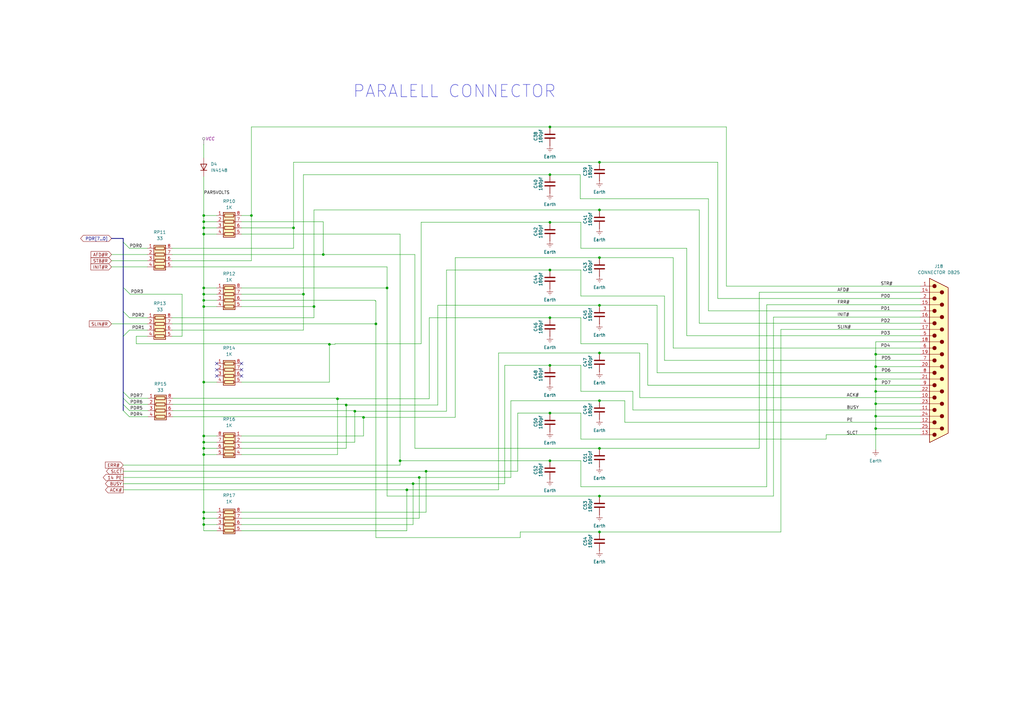
<source format=kicad_sch>
(kicad_sch
	(version 20241004)
	(generator "eeschema")
	(generator_version "8.99")
	(uuid "c21d09c4-6e55-413b-846c-46e45027be87")
	(paper "A3")
	(title_block
		(date "Thursday, April 09, 1998")
		(rev "1.0")
	)
	(lib_symbols
		(symbol "Connector:DB25_Plug"
			(pin_names
				(offset 1.016)
				(hide yes)
			)
			(exclude_from_sim no)
			(in_bom yes)
			(on_board yes)
			(property "Reference" "J"
				(at 0 34.29 0)
				(effects
					(font
						(size 1.27 1.27)
					)
				)
			)
			(property "Value" "DB25_Plug"
				(at 0 -34.925 0)
				(effects
					(font
						(size 1.27 1.27)
					)
				)
			)
			(property "Footprint" ""
				(at 0 0 0)
				(effects
					(font
						(size 1.27 1.27)
					)
					(hide yes)
				)
			)
			(property "Datasheet" "~"
				(at 0 0 0)
				(effects
					(font
						(size 1.27 1.27)
					)
					(hide yes)
				)
			)
			(property "Description" "25-pin male plug pin D-SUB connector"
				(at 0 0 0)
				(effects
					(font
						(size 1.27 1.27)
					)
					(hide yes)
				)
			)
			(property "ki_keywords" "male plug D-SUB connector"
				(at 0 0 0)
				(effects
					(font
						(size 1.27 1.27)
					)
					(hide yes)
				)
			)
			(property "ki_fp_filters" "DSUB*Male*"
				(at 0 0 0)
				(effects
					(font
						(size 1.27 1.27)
					)
					(hide yes)
				)
			)
			(symbol "DB25_Plug_0_1"
				(polyline
					(pts
						(xy -3.81 30.48) (xy -2.54 30.48)
					)
					(stroke
						(width 0)
						(type default)
					)
					(fill
						(type none)
					)
				)
				(polyline
					(pts
						(xy -3.81 27.94) (xy 0.508 27.94)
					)
					(stroke
						(width 0)
						(type default)
					)
					(fill
						(type none)
					)
				)
				(polyline
					(pts
						(xy -3.81 25.4) (xy -2.54 25.4)
					)
					(stroke
						(width 0)
						(type default)
					)
					(fill
						(type none)
					)
				)
				(polyline
					(pts
						(xy -3.81 22.86) (xy 0.508 22.86)
					)
					(stroke
						(width 0)
						(type default)
					)
					(fill
						(type none)
					)
				)
				(polyline
					(pts
						(xy -3.81 20.32) (xy -2.54 20.32)
					)
					(stroke
						(width 0)
						(type default)
					)
					(fill
						(type none)
					)
				)
				(polyline
					(pts
						(xy -3.81 17.78) (xy 0.508 17.78)
					)
					(stroke
						(width 0)
						(type default)
					)
					(fill
						(type none)
					)
				)
				(polyline
					(pts
						(xy -3.81 15.24) (xy -2.54 15.24)
					)
					(stroke
						(width 0)
						(type default)
					)
					(fill
						(type none)
					)
				)
				(polyline
					(pts
						(xy -3.81 12.7) (xy 0.508 12.7)
					)
					(stroke
						(width 0)
						(type default)
					)
					(fill
						(type none)
					)
				)
				(polyline
					(pts
						(xy -3.81 10.16) (xy -2.54 10.16)
					)
					(stroke
						(width 0)
						(type default)
					)
					(fill
						(type none)
					)
				)
				(polyline
					(pts
						(xy -3.81 7.62) (xy 0.508 7.62)
					)
					(stroke
						(width 0)
						(type default)
					)
					(fill
						(type none)
					)
				)
				(polyline
					(pts
						(xy -3.81 5.08) (xy -2.54 5.08)
					)
					(stroke
						(width 0)
						(type default)
					)
					(fill
						(type none)
					)
				)
				(polyline
					(pts
						(xy -3.81 2.54) (xy 0.508 2.54)
					)
					(stroke
						(width 0)
						(type default)
					)
					(fill
						(type none)
					)
				)
				(polyline
					(pts
						(xy -3.81 0) (xy -2.54 0)
					)
					(stroke
						(width 0)
						(type default)
					)
					(fill
						(type none)
					)
				)
				(polyline
					(pts
						(xy -3.81 -2.54) (xy 0.508 -2.54)
					)
					(stroke
						(width 0)
						(type default)
					)
					(fill
						(type none)
					)
				)
				(polyline
					(pts
						(xy -3.81 -5.08) (xy -2.54 -5.08)
					)
					(stroke
						(width 0)
						(type default)
					)
					(fill
						(type none)
					)
				)
				(polyline
					(pts
						(xy -3.81 -7.62) (xy 0.508 -7.62)
					)
					(stroke
						(width 0)
						(type default)
					)
					(fill
						(type none)
					)
				)
				(polyline
					(pts
						(xy -3.81 -10.16) (xy -2.54 -10.16)
					)
					(stroke
						(width 0)
						(type default)
					)
					(fill
						(type none)
					)
				)
				(polyline
					(pts
						(xy -3.81 -12.7) (xy 0.508 -12.7)
					)
					(stroke
						(width 0)
						(type default)
					)
					(fill
						(type none)
					)
				)
				(polyline
					(pts
						(xy -3.81 -15.24) (xy -2.54 -15.24)
					)
					(stroke
						(width 0)
						(type default)
					)
					(fill
						(type none)
					)
				)
				(polyline
					(pts
						(xy -3.81 -17.78) (xy 0.508 -17.78)
					)
					(stroke
						(width 0)
						(type default)
					)
					(fill
						(type none)
					)
				)
				(polyline
					(pts
						(xy -3.81 -20.32) (xy -2.54 -20.32)
					)
					(stroke
						(width 0)
						(type default)
					)
					(fill
						(type none)
					)
				)
				(polyline
					(pts
						(xy -3.81 -22.86) (xy 0.508 -22.86)
					)
					(stroke
						(width 0)
						(type default)
					)
					(fill
						(type none)
					)
				)
				(polyline
					(pts
						(xy -3.81 -25.4) (xy -2.54 -25.4)
					)
					(stroke
						(width 0)
						(type default)
					)
					(fill
						(type none)
					)
				)
				(polyline
					(pts
						(xy -3.81 -27.94) (xy 0.508 -27.94)
					)
					(stroke
						(width 0)
						(type default)
					)
					(fill
						(type none)
					)
				)
				(polyline
					(pts
						(xy -3.81 -30.48) (xy -2.54 -30.48)
					)
					(stroke
						(width 0)
						(type default)
					)
					(fill
						(type none)
					)
				)
				(polyline
					(pts
						(xy -3.81 -33.655) (xy 3.81 -29.845) (xy 3.81 29.845) (xy -3.81 33.655) (xy -3.81 -33.655)
					)
					(stroke
						(width 0.254)
						(type default)
					)
					(fill
						(type background)
					)
				)
				(circle
					(center -1.778 30.48)
					(radius 0.762)
					(stroke
						(width 0)
						(type default)
					)
					(fill
						(type outline)
					)
				)
				(circle
					(center -1.778 25.4)
					(radius 0.762)
					(stroke
						(width 0)
						(type default)
					)
					(fill
						(type outline)
					)
				)
				(circle
					(center -1.778 20.32)
					(radius 0.762)
					(stroke
						(width 0)
						(type default)
					)
					(fill
						(type outline)
					)
				)
				(circle
					(center -1.778 15.24)
					(radius 0.762)
					(stroke
						(width 0)
						(type default)
					)
					(fill
						(type outline)
					)
				)
				(circle
					(center -1.778 10.16)
					(radius 0.762)
					(stroke
						(width 0)
						(type default)
					)
					(fill
						(type outline)
					)
				)
				(circle
					(center -1.778 5.08)
					(radius 0.762)
					(stroke
						(width 0)
						(type default)
					)
					(fill
						(type outline)
					)
				)
				(circle
					(center -1.778 0)
					(radius 0.762)
					(stroke
						(width 0)
						(type default)
					)
					(fill
						(type outline)
					)
				)
				(circle
					(center -1.778 -5.08)
					(radius 0.762)
					(stroke
						(width 0)
						(type default)
					)
					(fill
						(type outline)
					)
				)
				(circle
					(center -1.778 -10.16)
					(radius 0.762)
					(stroke
						(width 0)
						(type default)
					)
					(fill
						(type outline)
					)
				)
				(circle
					(center -1.778 -15.24)
					(radius 0.762)
					(stroke
						(width 0)
						(type default)
					)
					(fill
						(type outline)
					)
				)
				(circle
					(center -1.778 -20.32)
					(radius 0.762)
					(stroke
						(width 0)
						(type default)
					)
					(fill
						(type outline)
					)
				)
				(circle
					(center -1.778 -25.4)
					(radius 0.762)
					(stroke
						(width 0)
						(type default)
					)
					(fill
						(type outline)
					)
				)
				(circle
					(center -1.778 -30.48)
					(radius 0.762)
					(stroke
						(width 0)
						(type default)
					)
					(fill
						(type outline)
					)
				)
				(circle
					(center 1.27 27.94)
					(radius 0.762)
					(stroke
						(width 0)
						(type default)
					)
					(fill
						(type outline)
					)
				)
				(circle
					(center 1.27 22.86)
					(radius 0.762)
					(stroke
						(width 0)
						(type default)
					)
					(fill
						(type outline)
					)
				)
				(circle
					(center 1.27 17.78)
					(radius 0.762)
					(stroke
						(width 0)
						(type default)
					)
					(fill
						(type outline)
					)
				)
				(circle
					(center 1.27 12.7)
					(radius 0.762)
					(stroke
						(width 0)
						(type default)
					)
					(fill
						(type outline)
					)
				)
				(circle
					(center 1.27 7.62)
					(radius 0.762)
					(stroke
						(width 0)
						(type default)
					)
					(fill
						(type outline)
					)
				)
				(circle
					(center 1.27 2.54)
					(radius 0.762)
					(stroke
						(width 0)
						(type default)
					)
					(fill
						(type outline)
					)
				)
				(circle
					(center 1.27 -2.54)
					(radius 0.762)
					(stroke
						(width 0)
						(type default)
					)
					(fill
						(type outline)
					)
				)
				(circle
					(center 1.27 -7.62)
					(radius 0.762)
					(stroke
						(width 0)
						(type default)
					)
					(fill
						(type outline)
					)
				)
				(circle
					(center 1.27 -12.7)
					(radius 0.762)
					(stroke
						(width 0)
						(type default)
					)
					(fill
						(type outline)
					)
				)
				(circle
					(center 1.27 -17.78)
					(radius 0.762)
					(stroke
						(width 0)
						(type default)
					)
					(fill
						(type outline)
					)
				)
				(circle
					(center 1.27 -22.86)
					(radius 0.762)
					(stroke
						(width 0)
						(type default)
					)
					(fill
						(type outline)
					)
				)
				(circle
					(center 1.27 -27.94)
					(radius 0.762)
					(stroke
						(width 0)
						(type default)
					)
					(fill
						(type outline)
					)
				)
			)
			(symbol "DB25_Plug_1_1"
				(pin passive line
					(at -7.62 30.48 0)
					(length 3.81)
					(name "13"
						(effects
							(font
								(size 1.27 1.27)
							)
						)
					)
					(number "13"
						(effects
							(font
								(size 1.27 1.27)
							)
						)
					)
				)
				(pin passive line
					(at -7.62 27.94 0)
					(length 3.81)
					(name "P25"
						(effects
							(font
								(size 1.27 1.27)
							)
						)
					)
					(number "25"
						(effects
							(font
								(size 1.27 1.27)
							)
						)
					)
				)
				(pin passive line
					(at -7.62 25.4 0)
					(length 3.81)
					(name "12"
						(effects
							(font
								(size 1.27 1.27)
							)
						)
					)
					(number "12"
						(effects
							(font
								(size 1.27 1.27)
							)
						)
					)
				)
				(pin passive line
					(at -7.62 22.86 0)
					(length 3.81)
					(name "P24"
						(effects
							(font
								(size 1.27 1.27)
							)
						)
					)
					(number "24"
						(effects
							(font
								(size 1.27 1.27)
							)
						)
					)
				)
				(pin passive line
					(at -7.62 20.32 0)
					(length 3.81)
					(name "11"
						(effects
							(font
								(size 1.27 1.27)
							)
						)
					)
					(number "11"
						(effects
							(font
								(size 1.27 1.27)
							)
						)
					)
				)
				(pin passive line
					(at -7.62 17.78 0)
					(length 3.81)
					(name "P23"
						(effects
							(font
								(size 1.27 1.27)
							)
						)
					)
					(number "23"
						(effects
							(font
								(size 1.27 1.27)
							)
						)
					)
				)
				(pin passive line
					(at -7.62 15.24 0)
					(length 3.81)
					(name "10"
						(effects
							(font
								(size 1.27 1.27)
							)
						)
					)
					(number "10"
						(effects
							(font
								(size 1.27 1.27)
							)
						)
					)
				)
				(pin passive line
					(at -7.62 12.7 0)
					(length 3.81)
					(name "P22"
						(effects
							(font
								(size 1.27 1.27)
							)
						)
					)
					(number "22"
						(effects
							(font
								(size 1.27 1.27)
							)
						)
					)
				)
				(pin passive line
					(at -7.62 10.16 0)
					(length 3.81)
					(name "9"
						(effects
							(font
								(size 1.27 1.27)
							)
						)
					)
					(number "9"
						(effects
							(font
								(size 1.27 1.27)
							)
						)
					)
				)
				(pin passive line
					(at -7.62 7.62 0)
					(length 3.81)
					(name "P21"
						(effects
							(font
								(size 1.27 1.27)
							)
						)
					)
					(number "21"
						(effects
							(font
								(size 1.27 1.27)
							)
						)
					)
				)
				(pin passive line
					(at -7.62 5.08 0)
					(length 3.81)
					(name "8"
						(effects
							(font
								(size 1.27 1.27)
							)
						)
					)
					(number "8"
						(effects
							(font
								(size 1.27 1.27)
							)
						)
					)
				)
				(pin passive line
					(at -7.62 2.54 0)
					(length 3.81)
					(name "P20"
						(effects
							(font
								(size 1.27 1.27)
							)
						)
					)
					(number "20"
						(effects
							(font
								(size 1.27 1.27)
							)
						)
					)
				)
				(pin passive line
					(at -7.62 0 0)
					(length 3.81)
					(name "7"
						(effects
							(font
								(size 1.27 1.27)
							)
						)
					)
					(number "7"
						(effects
							(font
								(size 1.27 1.27)
							)
						)
					)
				)
				(pin passive line
					(at -7.62 -2.54 0)
					(length 3.81)
					(name "P19"
						(effects
							(font
								(size 1.27 1.27)
							)
						)
					)
					(number "19"
						(effects
							(font
								(size 1.27 1.27)
							)
						)
					)
				)
				(pin passive line
					(at -7.62 -5.08 0)
					(length 3.81)
					(name "6"
						(effects
							(font
								(size 1.27 1.27)
							)
						)
					)
					(number "6"
						(effects
							(font
								(size 1.27 1.27)
							)
						)
					)
				)
				(pin passive line
					(at -7.62 -7.62 0)
					(length 3.81)
					(name "P18"
						(effects
							(font
								(size 1.27 1.27)
							)
						)
					)
					(number "18"
						(effects
							(font
								(size 1.27 1.27)
							)
						)
					)
				)
				(pin passive line
					(at -7.62 -10.16 0)
					(length 3.81)
					(name "5"
						(effects
							(font
								(size 1.27 1.27)
							)
						)
					)
					(number "5"
						(effects
							(font
								(size 1.27 1.27)
							)
						)
					)
				)
				(pin passive line
					(at -7.62 -12.7 0)
					(length 3.81)
					(name "P17"
						(effects
							(font
								(size 1.27 1.27)
							)
						)
					)
					(number "17"
						(effects
							(font
								(size 1.27 1.27)
							)
						)
					)
				)
				(pin passive line
					(at -7.62 -15.24 0)
					(length 3.81)
					(name "4"
						(effects
							(font
								(size 1.27 1.27)
							)
						)
					)
					(number "4"
						(effects
							(font
								(size 1.27 1.27)
							)
						)
					)
				)
				(pin passive line
					(at -7.62 -17.78 0)
					(length 3.81)
					(name "P16"
						(effects
							(font
								(size 1.27 1.27)
							)
						)
					)
					(number "16"
						(effects
							(font
								(size 1.27 1.27)
							)
						)
					)
				)
				(pin passive line
					(at -7.62 -20.32 0)
					(length 3.81)
					(name "3"
						(effects
							(font
								(size 1.27 1.27)
							)
						)
					)
					(number "3"
						(effects
							(font
								(size 1.27 1.27)
							)
						)
					)
				)
				(pin passive line
					(at -7.62 -22.86 0)
					(length 3.81)
					(name "P15"
						(effects
							(font
								(size 1.27 1.27)
							)
						)
					)
					(number "15"
						(effects
							(font
								(size 1.27 1.27)
							)
						)
					)
				)
				(pin passive line
					(at -7.62 -25.4 0)
					(length 3.81)
					(name "2"
						(effects
							(font
								(size 1.27 1.27)
							)
						)
					)
					(number "2"
						(effects
							(font
								(size 1.27 1.27)
							)
						)
					)
				)
				(pin passive line
					(at -7.62 -27.94 0)
					(length 3.81)
					(name "P14"
						(effects
							(font
								(size 1.27 1.27)
							)
						)
					)
					(number "14"
						(effects
							(font
								(size 1.27 1.27)
							)
						)
					)
				)
				(pin passive line
					(at -7.62 -30.48 0)
					(length 3.81)
					(name "1"
						(effects
							(font
								(size 1.27 1.27)
							)
						)
					)
					(number "1"
						(effects
							(font
								(size 1.27 1.27)
							)
						)
					)
				)
			)
			(embedded_fonts no)
		)
		(symbol "Device:C"
			(pin_numbers
				(hide yes)
			)
			(pin_names
				(offset 0.254)
			)
			(exclude_from_sim no)
			(in_bom yes)
			(on_board yes)
			(property "Reference" "C"
				(at 0.635 2.54 0)
				(effects
					(font
						(size 1.27 1.27)
					)
					(justify left)
				)
			)
			(property "Value" "C"
				(at 0.635 -2.54 0)
				(effects
					(font
						(size 1.27 1.27)
					)
					(justify left)
				)
			)
			(property "Footprint" ""
				(at 0.9652 -3.81 0)
				(effects
					(font
						(size 1.27 1.27)
					)
					(hide yes)
				)
			)
			(property "Datasheet" "~"
				(at 0 0 0)
				(effects
					(font
						(size 1.27 1.27)
					)
					(hide yes)
				)
			)
			(property "Description" "Unpolarized capacitor"
				(at 0 0 0)
				(effects
					(font
						(size 1.27 1.27)
					)
					(hide yes)
				)
			)
			(property "ki_keywords" "cap capacitor"
				(at 0 0 0)
				(effects
					(font
						(size 1.27 1.27)
					)
					(hide yes)
				)
			)
			(property "ki_fp_filters" "C_*"
				(at 0 0 0)
				(effects
					(font
						(size 1.27 1.27)
					)
					(hide yes)
				)
			)
			(symbol "C_0_1"
				(polyline
					(pts
						(xy -2.032 0.762) (xy 2.032 0.762)
					)
					(stroke
						(width 0.508)
						(type default)
					)
					(fill
						(type none)
					)
				)
				(polyline
					(pts
						(xy -2.032 -0.762) (xy 2.032 -0.762)
					)
					(stroke
						(width 0.508)
						(type default)
					)
					(fill
						(type none)
					)
				)
			)
			(symbol "C_1_1"
				(pin passive line
					(at 0 3.81 270)
					(length 2.794)
					(name "~"
						(effects
							(font
								(size 1.27 1.27)
							)
						)
					)
					(number "1"
						(effects
							(font
								(size 1.27 1.27)
							)
						)
					)
				)
				(pin passive line
					(at 0 -3.81 90)
					(length 2.794)
					(name "~"
						(effects
							(font
								(size 1.27 1.27)
							)
						)
					)
					(number "2"
						(effects
							(font
								(size 1.27 1.27)
							)
						)
					)
				)
			)
			(embedded_fonts no)
		)
		(symbol "Device:D"
			(pin_numbers
				(hide yes)
			)
			(pin_names
				(offset 1.016)
				(hide yes)
			)
			(exclude_from_sim no)
			(in_bom yes)
			(on_board yes)
			(property "Reference" "D"
				(at 0 2.54 0)
				(effects
					(font
						(size 1.27 1.27)
					)
				)
			)
			(property "Value" "D"
				(at 0 -2.54 0)
				(effects
					(font
						(size 1.27 1.27)
					)
				)
			)
			(property "Footprint" ""
				(at 0 0 0)
				(effects
					(font
						(size 1.27 1.27)
					)
					(hide yes)
				)
			)
			(property "Datasheet" "~"
				(at 0 0 0)
				(effects
					(font
						(size 1.27 1.27)
					)
					(hide yes)
				)
			)
			(property "Description" "Diode"
				(at 0 0 0)
				(effects
					(font
						(size 1.27 1.27)
					)
					(hide yes)
				)
			)
			(property "Sim.Device" "D"
				(at 0 0 0)
				(effects
					(font
						(size 1.27 1.27)
					)
					(hide yes)
				)
			)
			(property "Sim.Pins" "1=K 2=A"
				(at 0 0 0)
				(effects
					(font
						(size 1.27 1.27)
					)
					(hide yes)
				)
			)
			(property "ki_keywords" "diode"
				(at 0 0 0)
				(effects
					(font
						(size 1.27 1.27)
					)
					(hide yes)
				)
			)
			(property "ki_fp_filters" "TO-???* *_Diode_* *SingleDiode* D_*"
				(at 0 0 0)
				(effects
					(font
						(size 1.27 1.27)
					)
					(hide yes)
				)
			)
			(symbol "D_0_1"
				(polyline
					(pts
						(xy -1.27 1.27) (xy -1.27 -1.27)
					)
					(stroke
						(width 0.254)
						(type default)
					)
					(fill
						(type none)
					)
				)
				(polyline
					(pts
						(xy 1.27 1.27) (xy 1.27 -1.27) (xy -1.27 0) (xy 1.27 1.27)
					)
					(stroke
						(width 0.254)
						(type default)
					)
					(fill
						(type none)
					)
				)
				(polyline
					(pts
						(xy 1.27 0) (xy -1.27 0)
					)
					(stroke
						(width 0)
						(type default)
					)
					(fill
						(type none)
					)
				)
			)
			(symbol "D_1_1"
				(pin passive line
					(at -3.81 0 0)
					(length 2.54)
					(name "K"
						(effects
							(font
								(size 1.27 1.27)
							)
						)
					)
					(number "1"
						(effects
							(font
								(size 1.27 1.27)
							)
						)
					)
				)
				(pin passive line
					(at 3.81 0 180)
					(length 2.54)
					(name "A"
						(effects
							(font
								(size 1.27 1.27)
							)
						)
					)
					(number "2"
						(effects
							(font
								(size 1.27 1.27)
							)
						)
					)
				)
			)
			(embedded_fonts no)
		)
		(symbol "Device:R_Pack04"
			(pin_names
				(offset 0)
				(hide yes)
			)
			(exclude_from_sim no)
			(in_bom yes)
			(on_board yes)
			(property "Reference" "RP52"
				(at -11.176 0 90)
				(effects
					(font
						(size 1.27 1.27)
					)
				)
			)
			(property "Value" "8.2K"
				(at -8.636 0 90)
				(effects
					(font
						(size 1.27 1.27)
					)
				)
			)
			(property "Footprint" ""
				(at 6.985 0 90)
				(effects
					(font
						(size 1.27 1.27)
					)
					(hide yes)
				)
			)
			(property "Datasheet" "~"
				(at 0 0 0)
				(effects
					(font
						(size 1.27 1.27)
					)
					(hide yes)
				)
			)
			(property "Description" "4 resistor network, parallel topology"
				(at 0 0 0)
				(effects
					(font
						(size 1.27 1.27)
					)
					(hide yes)
				)
			)
			(property "ki_keywords" "R network parallel topology isolated"
				(at 0 0 0)
				(effects
					(font
						(size 1.27 1.27)
					)
					(hide yes)
				)
			)
			(property "ki_fp_filters" "DIP* SOIC* R*Array*Concave* R*Array*Convex* MSOP*"
				(at 0 0 0)
				(effects
					(font
						(size 1.27 1.27)
					)
					(hide yes)
				)
			)
			(symbol "R_Pack04_0_1"
				(rectangle
					(start -6.35 -2.413)
					(end 3.81 2.413)
					(stroke
						(width 0.254)
						(type default)
					)
					(fill
						(type background)
					)
				)
				(rectangle
					(start -5.715 1.905)
					(end -4.445 -1.905)
					(stroke
						(width 0.254)
						(type default)
					)
					(fill
						(type none)
					)
				)
				(polyline
					(pts
						(xy -5.08 1.905) (xy -5.08 2.54)
					)
					(stroke
						(width 0)
						(type default)
					)
					(fill
						(type none)
					)
				)
				(polyline
					(pts
						(xy -5.08 -2.54) (xy -5.08 -1.905)
					)
					(stroke
						(width 0)
						(type default)
					)
					(fill
						(type none)
					)
				)
				(rectangle
					(start -3.175 1.905)
					(end -1.905 -1.905)
					(stroke
						(width 0.254)
						(type default)
					)
					(fill
						(type none)
					)
				)
				(polyline
					(pts
						(xy -2.54 1.905) (xy -2.54 2.54)
					)
					(stroke
						(width 0)
						(type default)
					)
					(fill
						(type none)
					)
				)
				(polyline
					(pts
						(xy -2.54 -2.54) (xy -2.54 -1.905)
					)
					(stroke
						(width 0)
						(type default)
					)
					(fill
						(type none)
					)
				)
				(rectangle
					(start -0.635 1.905)
					(end 0.635 -1.905)
					(stroke
						(width 0.254)
						(type default)
					)
					(fill
						(type none)
					)
				)
				(polyline
					(pts
						(xy 0 1.905) (xy 0 2.54)
					)
					(stroke
						(width 0)
						(type default)
					)
					(fill
						(type none)
					)
				)
				(polyline
					(pts
						(xy 0 -2.54) (xy 0 -1.905)
					)
					(stroke
						(width 0)
						(type default)
					)
					(fill
						(type none)
					)
				)
				(rectangle
					(start 1.905 1.905)
					(end 3.175 -1.905)
					(stroke
						(width 0.254)
						(type default)
					)
					(fill
						(type none)
					)
				)
				(polyline
					(pts
						(xy 2.54 1.905) (xy 2.54 2.54)
					)
					(stroke
						(width 0)
						(type default)
					)
					(fill
						(type none)
					)
				)
				(polyline
					(pts
						(xy 2.54 -2.54) (xy 2.54 -1.905)
					)
					(stroke
						(width 0)
						(type default)
					)
					(fill
						(type none)
					)
				)
			)
			(symbol "R_Pack04_1_1"
				(pin passive line
					(at -5.08 5.08 270)
					(length 2.54)
					(name "R1.2"
						(effects
							(font
								(size 1.27 1.27)
							)
						)
					)
					(number "8"
						(effects
							(font
								(size 1.27 1.27)
							)
						)
					)
				)
				(pin passive line
					(at -5.08 -5.08 90)
					(length 2.54)
					(name "R1.1"
						(effects
							(font
								(size 1.27 1.27)
							)
						)
					)
					(number "1"
						(effects
							(font
								(size 1.27 1.27)
							)
						)
					)
				)
				(pin passive line
					(at -2.54 5.08 270)
					(length 2.54)
					(name "R2.2"
						(effects
							(font
								(size 1.27 1.27)
							)
						)
					)
					(number "7"
						(effects
							(font
								(size 1.27 1.27)
							)
						)
					)
				)
				(pin passive line
					(at -2.54 -5.08 90)
					(length 2.54)
					(name "R2.1"
						(effects
							(font
								(size 1.27 1.27)
							)
						)
					)
					(number "2"
						(effects
							(font
								(size 1.27 1.27)
							)
						)
					)
				)
				(pin passive line
					(at 0 5.08 270)
					(length 2.54)
					(name "R3.2"
						(effects
							(font
								(size 1.27 1.27)
							)
						)
					)
					(number "6"
						(effects
							(font
								(size 1.27 1.27)
							)
						)
					)
				)
				(pin passive line
					(at 0 -5.08 90)
					(length 2.54)
					(name "R3.1"
						(effects
							(font
								(size 1.27 1.27)
							)
						)
					)
					(number "3"
						(effects
							(font
								(size 1.27 1.27)
							)
						)
					)
				)
				(pin passive line
					(at 2.54 5.08 270)
					(length 2.54)
					(name "R4.2"
						(effects
							(font
								(size 1.27 1.27)
							)
						)
					)
					(number "5"
						(effects
							(font
								(size 1.27 1.27)
							)
						)
					)
				)
				(pin passive line
					(at 2.54 -5.08 90)
					(length 2.54)
					(name "R4.1"
						(effects
							(font
								(size 1.27 1.27)
							)
						)
					)
					(number "4"
						(effects
							(font
								(size 1.27 1.27)
							)
						)
					)
				)
			)
			(embedded_fonts no)
		)
		(symbol "power:Earth"
			(power)
			(pin_numbers
				(hide yes)
			)
			(pin_names
				(offset 0)
				(hide yes)
			)
			(exclude_from_sim no)
			(in_bom yes)
			(on_board yes)
			(property "Reference" "#PWR"
				(at 0 -6.35 0)
				(effects
					(font
						(size 1.27 1.27)
					)
					(hide yes)
				)
			)
			(property "Value" "Earth"
				(at 0 -3.81 0)
				(effects
					(font
						(size 1.27 1.27)
					)
				)
			)
			(property "Footprint" ""
				(at 0 0 0)
				(effects
					(font
						(size 1.27 1.27)
					)
					(hide yes)
				)
			)
			(property "Datasheet" "~"
				(at 0 0 0)
				(effects
					(font
						(size 1.27 1.27)
					)
					(hide yes)
				)
			)
			(property "Description" "Power symbol creates a global label with name \"Earth\""
				(at 0 0 0)
				(effects
					(font
						(size 1.27 1.27)
					)
					(hide yes)
				)
			)
			(property "ki_keywords" "global ground gnd"
				(at 0 0 0)
				(effects
					(font
						(size 1.27 1.27)
					)
					(hide yes)
				)
			)
			(symbol "Earth_0_1"
				(polyline
					(pts
						(xy -0.635 -1.905) (xy 0.635 -1.905)
					)
					(stroke
						(width 0)
						(type default)
					)
					(fill
						(type none)
					)
				)
				(polyline
					(pts
						(xy -0.127 -2.54) (xy 0.127 -2.54)
					)
					(stroke
						(width 0)
						(type default)
					)
					(fill
						(type none)
					)
				)
				(polyline
					(pts
						(xy 0 -1.27) (xy 0 0)
					)
					(stroke
						(width 0)
						(type default)
					)
					(fill
						(type none)
					)
				)
				(polyline
					(pts
						(xy 1.27 -1.27) (xy -1.27 -1.27)
					)
					(stroke
						(width 0)
						(type default)
					)
					(fill
						(type none)
					)
				)
			)
			(symbol "Earth_1_1"
				(pin power_in line
					(at 0 0 270)
					(length 0)
					(name "~"
						(effects
							(font
								(size 1.27 1.27)
							)
						)
					)
					(number "1"
						(effects
							(font
								(size 1.27 1.27)
							)
						)
					)
				)
			)
			(embedded_fonts no)
		)
	)
	(text "PARALELL CONNECTOR"
		(exclude_from_sim no)
		(at 186.436 37.592 0)
		(effects
			(font
				(size 5 5)
			)
		)
		(uuid "16f68676-f64d-4df3-b17a-74af8dc7ee64")
	)
	(junction
		(at 83.566 210.058)
		(diameter 0)
		(color 0 0 0 0)
		(uuid "00559d7d-f024-4ef0-9ca3-236946864ed6")
	)
	(junction
		(at 359.156 145.288)
		(diameter 0)
		(color 0 0 0 0)
		(uuid "01faa2a4-81c5-4691-8f87-7546d5d13a93")
	)
	(junction
		(at 83.566 118.11)
		(diameter 0)
		(color 0 0 0 0)
		(uuid "023cdbe9-d218-4166-8059-f90dd15ad5d3")
	)
	(junction
		(at 225.552 71.628)
		(diameter 0)
		(color 0 0 0 0)
		(uuid "05d4d5cf-761a-4810-aaaa-26817d2cdc13")
	)
	(junction
		(at 83.566 178.816)
		(diameter 0)
		(color 0 0 0 0)
		(uuid "101fc908-8a4b-42f2-93c3-9270e843eb60")
	)
	(junction
		(at 225.552 91.186)
		(diameter 0)
		(color 0 0 0 0)
		(uuid "10d2da28-4844-4189-bad9-38900f8d685e")
	)
	(junction
		(at 83.566 125.73)
		(diameter 0)
		(color 0 0 0 0)
		(uuid "12c94c50-eaef-48fe-9b37-6762e473561f")
	)
	(junction
		(at 83.566 156.718)
		(diameter 0)
		(color 0 0 0 0)
		(uuid "1febb95e-4fe8-42c9-9fae-aeb4737583fa")
	)
	(junction
		(at 245.872 125.222)
		(diameter 0)
		(color 0 0 0 0)
		(uuid "27273091-cb11-452b-bb3a-7a9b745e08f8")
	)
	(junction
		(at 128.778 125.73)
		(diameter 0)
		(color 0 0 0 0)
		(uuid "2dd95f36-6c8c-4ba8-9ff9-143d7a0f3564")
	)
	(junction
		(at 245.872 164.338)
		(diameter 0)
		(color 0 0 0 0)
		(uuid "31475b3f-db41-4bf2-80fa-6207303ab35e")
	)
	(junction
		(at 83.566 96.012)
		(diameter 0)
		(color 0 0 0 0)
		(uuid "377c0adc-723a-48a0-b106-447b4029d25a")
	)
	(junction
		(at 359.156 175.768)
		(diameter 0)
		(color 0 0 0 0)
		(uuid "384be981-645a-4ccc-835d-2b4fa8b7e24d")
	)
	(junction
		(at 225.552 130.302)
		(diameter 0)
		(color 0 0 0 0)
		(uuid "3d53dc54-728d-467e-b2b7-d95ce0315db0")
	)
	(junction
		(at 158.75 118.11)
		(diameter 0)
		(color 0 0 0 0)
		(uuid "407960ce-a714-4c31-9ae0-f79d25921181")
	)
	(junction
		(at 225.552 169.418)
		(diameter 0)
		(color 0 0 0 0)
		(uuid "4d284087-8261-4af2-928d-3cacef0a9f75")
	)
	(junction
		(at 83.566 123.19)
		(diameter 0)
		(color 0 0 0 0)
		(uuid "50de0853-d7dc-46cf-bbab-a142a0d6643a")
	)
	(junction
		(at 149.098 171.196)
		(diameter 0)
		(color 0 0 0 0)
		(uuid "51068a95-5d67-42d2-85bf-4ba8e67e3816")
	)
	(junction
		(at 166.878 200.914)
		(diameter 0)
		(color 0 0 0 0)
		(uuid "54c2dcbe-5f91-41c8-b209-a667454922e2")
	)
	(junction
		(at 359.156 160.528)
		(diameter 0)
		(color 0 0 0 0)
		(uuid "617aa8ea-58b8-4093-95e5-0baf9baf4fe9")
	)
	(junction
		(at 120.396 93.472)
		(diameter 0)
		(color 0 0 0 0)
		(uuid "648fa1d8-811f-461f-b0e1-30c4a7d95bb1")
	)
	(junction
		(at 359.156 165.608)
		(diameter 0)
		(color 0 0 0 0)
		(uuid "64ec7b92-5b0e-41c9-9f62-26e5947af240")
	)
	(junction
		(at 245.872 183.896)
		(diameter 0)
		(color 0 0 0 0)
		(uuid "6bed8f42-91d0-4e76-a2b4-8cee73a3de54")
	)
	(junction
		(at 145.542 168.656)
		(diameter 0)
		(color 0 0 0 0)
		(uuid "7494d12e-27f2-42e6-888e-fe1b6e0dcab9")
	)
	(junction
		(at 83.566 186.436)
		(diameter 0)
		(color 0 0 0 0)
		(uuid "78652928-95d2-4d60-8421-05cb96ce88f2")
	)
	(junction
		(at 135.128 141.224)
		(diameter 0)
		(color 0 0 0 0)
		(uuid "86e7fb39-6c08-4f49-8bd6-caf3fecb2795")
	)
	(junction
		(at 359.156 155.448)
		(diameter 0)
		(color 0 0 0 0)
		(uuid "87034f0c-ef9a-45ea-8bde-ae33e0fe25ec")
	)
	(junction
		(at 124.46 120.65)
		(diameter 0)
		(color 0 0 0 0)
		(uuid "8ee4d7cc-5ff3-4d58-9180-79a9597a3eba")
	)
	(junction
		(at 245.872 218.186)
		(diameter 0)
		(color 0 0 0 0)
		(uuid "99fd3de1-4b2b-41cc-b081-a5d3f86693dc")
	)
	(junction
		(at 359.156 170.688)
		(diameter 0)
		(color 0 0 0 0)
		(uuid "9a0109c0-13ff-4b86-a53d-efa1d78651cd")
	)
	(junction
		(at 174.752 193.294)
		(diameter 0)
		(color 0 0 0 0)
		(uuid "9a0d728e-553f-4fab-86cc-645ad6f575cc")
	)
	(junction
		(at 83.566 90.932)
		(diameter 0)
		(color 0 0 0 0)
		(uuid "9bae82a6-2a76-47f7-99a3-d61090d85f92")
	)
	(junction
		(at 245.872 144.78)
		(diameter 0)
		(color 0 0 0 0)
		(uuid "a754512e-0d0f-4b24-9490-0d3b15516f98")
	)
	(junction
		(at 225.552 149.86)
		(diameter 0)
		(color 0 0 0 0)
		(uuid "a8405ff1-be33-4305-94e1-fa694793b387")
	)
	(junction
		(at 83.566 215.138)
		(diameter 0)
		(color 0 0 0 0)
		(uuid "ab43ffea-2e1e-448a-96f3-69b4a84fd742")
	)
	(junction
		(at 83.566 183.896)
		(diameter 0)
		(color 0 0 0 0)
		(uuid "b2a42190-e97f-4d06-a6a7-2a29bef852d7")
	)
	(junction
		(at 132.588 104.394)
		(diameter 0)
		(color 0 0 0 0)
		(uuid "b5e10bfb-1844-4d0f-a286-094ddc3274be")
	)
	(junction
		(at 83.566 120.65)
		(diameter 0)
		(color 0 0 0 0)
		(uuid "bc3d4f18-15af-4f55-afbc-9ec9573f48b9")
	)
	(junction
		(at 171.958 195.834)
		(diameter 0)
		(color 0 0 0 0)
		(uuid "be761f64-e017-47a8-b2dd-2f98bc1f5700")
	)
	(junction
		(at 225.552 188.976)
		(diameter 0)
		(color 0 0 0 0)
		(uuid "c188824f-2d49-4127-9b21-5d8b82ee87e3")
	)
	(junction
		(at 169.418 198.374)
		(diameter 0)
		(color 0 0 0 0)
		(uuid "c62567fb-df32-49bb-9c05-1861e0b6a7b1")
	)
	(junction
		(at 225.552 110.744)
		(diameter 0)
		(color 0 0 0 0)
		(uuid "c6426919-acf4-4d69-8260-99861a060cfb")
	)
	(junction
		(at 245.872 86.106)
		(diameter 0)
		(color 0 0 0 0)
		(uuid "c6b0c730-d0b9-4c9a-8baf-b7dfeb8ffd32")
	)
	(junction
		(at 359.156 150.368)
		(diameter 0)
		(color 0 0 0 0)
		(uuid "d0124f44-e515-4a38-828f-321e37b1f360")
	)
	(junction
		(at 138.43 163.576)
		(diameter 0)
		(color 0 0 0 0)
		(uuid "d193e365-bc29-4bd9-aab4-d929eb3a17d4")
	)
	(junction
		(at 83.566 212.598)
		(diameter 0)
		(color 0 0 0 0)
		(uuid "e2b32fea-4508-48d2-a8a6-207c3972da6e")
	)
	(junction
		(at 164.084 188.976)
		(diameter 0)
		(color 0 0 0 0)
		(uuid "e433c6c6-a0bc-40bf-886b-99d2dd6b768a")
	)
	(junction
		(at 245.872 105.664)
		(diameter 0)
		(color 0 0 0 0)
		(uuid "ee168098-dff2-4e4a-88e5-56bcb4934ed2")
	)
	(junction
		(at 245.872 66.548)
		(diameter 0)
		(color 0 0 0 0)
		(uuid "ee5b6b88-82e9-47e6-83b3-7ab0fdcbe0ec")
	)
	(junction
		(at 83.566 181.356)
		(diameter 0)
		(color 0 0 0 0)
		(uuid "f0fdcd5e-9478-44dd-81b6-f849c8253065")
	)
	(junction
		(at 154.178 132.842)
		(diameter 0)
		(color 0 0 0 0)
		(uuid "f1359472-f267-491e-acff-753fdc871ddb")
	)
	(junction
		(at 225.552 52.07)
		(diameter 0)
		(color 0 0 0 0)
		(uuid "f1bac310-9e51-4839-9889-56968103555e")
	)
	(junction
		(at 83.566 93.472)
		(diameter 0)
		(color 0 0 0 0)
		(uuid "f409980c-1fb0-4a71-bd71-89657d31cae7")
	)
	(junction
		(at 141.986 166.116)
		(diameter 0)
		(color 0 0 0 0)
		(uuid "f66969c9-78b5-45f6-91dc-56f877be59e9")
	)
	(junction
		(at 245.872 203.454)
		(diameter 0)
		(color 0 0 0 0)
		(uuid "f82d5e5b-a299-47e5-b54c-6b5ee30715cc")
	)
	(junction
		(at 83.566 88.392)
		(diameter 0)
		(color 0 0 0 0)
		(uuid "f8957804-4426-422e-8052-cd157ca4f931")
	)
	(junction
		(at 103.124 88.392)
		(diameter 0)
		(color 0 0 0 0)
		(uuid "fb26dea1-4db2-4b14-ae4b-2d303598c9f8")
	)
	(no_connect
		(at 88.9 149.098)
		(uuid "07944f86-fd39-4c0a-944d-e4a6f47818a6")
	)
	(no_connect
		(at 88.9 151.638)
		(uuid "622e20e0-f435-4f30-b5e1-9e1744ab9794")
	)
	(no_connect
		(at 99.06 149.098)
		(uuid "8e79edbd-8f95-4bda-bfb5-1c34b90f1845")
	)
	(no_connect
		(at 88.9 154.178)
		(uuid "ec90ec8d-28d5-4fb2-a620-16a87a44814c")
	)
	(no_connect
		(at 99.06 151.638)
		(uuid "ed8dc781-bab5-4197-bd07-e1a0556d5080")
	)
	(no_connect
		(at 99.06 154.178)
		(uuid "f276b85d-ce36-46e3-9cd3-30abb271ed52")
	)
	(bus_entry
		(at 50.546 137.922)
		(size 2.54 -2.54)
		(stroke
			(width 0)
			(type default)
		)
		(uuid "08c26b4a-a91e-4482-ace8-0f4ab0fd5c5a")
	)
	(bus_entry
		(at 50.546 163.322)
		(size 2.54 2.54)
		(stroke
			(width 0)
			(type default)
		)
		(uuid "10717e46-1b5c-4f04-bb46-f7ca609fc08b")
	)
	(bus_entry
		(at 50.546 160.782)
		(size 2.54 2.54)
		(stroke
			(width 0)
			(type default)
		)
		(uuid "14e70dd5-95f9-4e6d-9a6b-ff3e097e49fc")
	)
	(bus_entry
		(at 50.8 118.11)
		(size 2.54 2.54)
		(stroke
			(width 0)
			(type default)
		)
		(uuid "974a3cfe-3ebe-4b5f-a6fb-86888a28fa83")
	)
	(bus_entry
		(at 50.546 168.402)
		(size 2.54 2.54)
		(stroke
			(width 0)
			(type default)
		)
		(uuid "a1543aa9-eb0d-4f10-8159-a11129fb99eb")
	)
	(bus_entry
		(at 50.546 165.862)
		(size 2.54 2.54)
		(stroke
			(width 0)
			(type default)
		)
		(uuid "a52d4149-e212-4834-94d5-79013e2eb62b")
	)
	(bus_entry
		(at 50.546 127.762)
		(size 2.54 2.54)
		(stroke
			(width 0)
			(type default)
		)
		(uuid "a7a035c9-ebcc-4028-a4c3-5c195c964af8")
	)
	(bus_entry
		(at 50.546 99.314)
		(size 2.54 2.54)
		(stroke
			(width 0)
			(type default)
		)
		(uuid "c61617f8-d22f-4f6c-85b9-a54e0e94f6dc")
	)
	(wire
		(pts
			(xy 359.156 145.288) (xy 377.444 145.288)
		)
		(stroke
			(width 0)
			(type default)
		)
		(uuid "003a0258-da71-4a41-a37a-ad7bb9ee45d8")
	)
	(wire
		(pts
			(xy 83.566 123.19) (xy 83.566 125.73)
		)
		(stroke
			(width 0)
			(type default)
		)
		(uuid "01914f0c-d5a3-45e8-9e84-d63a3abda16e")
	)
	(wire
		(pts
			(xy 164.084 96.012) (xy 164.084 188.976)
		)
		(stroke
			(width 0)
			(type default)
		)
		(uuid "01c8bea8-5684-4325-885f-a99844f6e4f7")
	)
	(wire
		(pts
			(xy 145.542 168.656) (xy 145.542 181.356)
		)
		(stroke
			(width 0)
			(type default)
		)
		(uuid "01d13d7a-04ab-458b-836b-0e5ecf3f0e13")
	)
	(wire
		(pts
			(xy 245.872 203.454) (xy 317.246 203.454)
		)
		(stroke
			(width 0)
			(type default)
		)
		(uuid "024370f9-ca3d-4111-a543-357ca3edd414")
	)
	(wire
		(pts
			(xy 164.084 188.976) (xy 225.552 188.976)
		)
		(stroke
			(width 0)
			(type default)
		)
		(uuid "026da0ac-da23-48d6-8fab-d93e3808de53")
	)
	(wire
		(pts
			(xy 120.396 66.548) (xy 120.396 93.472)
		)
		(stroke
			(width 0)
			(type default)
		)
		(uuid "02b9ec8a-81f4-4b6e-9bac-7e12bd47c163")
	)
	(wire
		(pts
			(xy 103.124 52.07) (xy 225.552 52.07)
		)
		(stroke
			(width 0)
			(type default)
		)
		(uuid "04122438-d34b-4794-abe0-b72391ba55ee")
	)
	(wire
		(pts
			(xy 359.156 165.608) (xy 377.444 165.608)
		)
		(stroke
			(width 0)
			(type default)
		)
		(uuid "04ae7107-3b89-42b3-a02f-130685771417")
	)
	(wire
		(pts
			(xy 70.866 170.942) (xy 149.098 170.942)
		)
		(stroke
			(width 0)
			(type default)
		)
		(uuid "07252a07-6c0f-40e1-9b4f-f0373220ae67")
	)
	(wire
		(pts
			(xy 128.778 86.106) (xy 245.872 86.106)
		)
		(stroke
			(width 0)
			(type default)
		)
		(uuid "09f742b2-bcf3-4982-b986-af84dcdb84c7")
	)
	(wire
		(pts
			(xy 135.128 156.718) (xy 135.128 141.224)
		)
		(stroke
			(width 0)
			(type default)
		)
		(uuid "0a6013d0-7a1b-481f-b43b-2bd180cde789")
	)
	(wire
		(pts
			(xy 237.998 71.628) (xy 237.998 81.534)
		)
		(stroke
			(width 0)
			(type default)
		)
		(uuid "0a8395fd-f7fa-46f0-99c1-9b0040564279")
	)
	(wire
		(pts
			(xy 183.134 110.744) (xy 225.552 110.744)
		)
		(stroke
			(width 0)
			(type default)
		)
		(uuid "0ad79819-db01-4740-a0cb-c40f155152b7")
	)
	(wire
		(pts
			(xy 83.566 212.598) (xy 83.566 215.138)
		)
		(stroke
			(width 0)
			(type default)
		)
		(uuid "0b436581-6c2c-4258-930e-fd9e2581712a")
	)
	(wire
		(pts
			(xy 265.684 157.988) (xy 265.684 140.97)
		)
		(stroke
			(width 0)
			(type default)
		)
		(uuid "0d2d9b42-c21a-4573-acdb-c547cd5fbde0")
	)
	(wire
		(pts
			(xy 50.546 193.294) (xy 174.752 193.294)
		)
		(stroke
			(width 0)
			(type default)
		)
		(uuid "0f5015a9-92bc-4280-b596-5aa1cd98121c")
	)
	(wire
		(pts
			(xy 237.998 81.534) (xy 290.576 81.534)
		)
		(stroke
			(width 0)
			(type default)
		)
		(uuid "0fd1d1c9-65c9-4eef-a1b2-2471f9870cfe")
	)
	(bus
		(pts
			(xy 45.72 97.79) (xy 50.546 97.79)
		)
		(stroke
			(width 0)
			(type default)
		)
		(uuid "114a2f08-bad9-45e3-b57d-701c4a9be7a5")
	)
	(wire
		(pts
			(xy 132.588 90.932) (xy 132.588 104.394)
		)
		(stroke
			(width 0)
			(type default)
		)
		(uuid "1225bc13-f303-42ac-b35a-38a234c12cc7")
	)
	(wire
		(pts
			(xy 245.872 164.338) (xy 256.286 164.338)
		)
		(stroke
			(width 0)
			(type default)
		)
		(uuid "1319717e-692d-4889-acc7-6600940f88dd")
	)
	(wire
		(pts
			(xy 83.566 178.816) (xy 83.566 181.356)
		)
		(stroke
			(width 0)
			(type default)
		)
		(uuid "152e3321-ac06-40ac-8a84-9a8cb7283e23")
	)
	(wire
		(pts
			(xy 99.06 217.678) (xy 166.878 217.678)
		)
		(stroke
			(width 0)
			(type default)
		)
		(uuid "163bde96-d48e-4470-8f1c-53140cb5dcc9")
	)
	(wire
		(pts
			(xy 256.286 173.228) (xy 377.444 173.228)
		)
		(stroke
			(width 0)
			(type default)
		)
		(uuid "168d6f20-e2dc-4140-b398-372d4dfe5da4")
	)
	(wire
		(pts
			(xy 45.72 106.934) (xy 60.452 106.934)
		)
		(stroke
			(width 0)
			(type default)
		)
		(uuid "171540f4-1c27-4977-b1b8-5dafe5e59b46")
	)
	(wire
		(pts
			(xy 158.75 203.454) (xy 245.872 203.454)
		)
		(stroke
			(width 0)
			(type default)
		)
		(uuid "17814fce-8624-49aa-8292-a5904502b0cd")
	)
	(bus
		(pts
			(xy 50.546 127.762) (xy 50.546 137.922)
		)
		(stroke
			(width 0)
			(type default)
		)
		(uuid "1a308494-9f25-42a8-8e5a-e45d6e032c28")
	)
	(wire
		(pts
			(xy 225.552 52.07) (xy 297.942 52.07)
		)
		(stroke
			(width 0)
			(type default)
		)
		(uuid "1b3fafa9-040a-41b4-8f7c-c7e0042e93d9")
	)
	(wire
		(pts
			(xy 99.06 90.932) (xy 132.588 90.932)
		)
		(stroke
			(width 0)
			(type default)
		)
		(uuid "1b63eee7-697b-482b-b3bd-5875195eaae5")
	)
	(wire
		(pts
			(xy 294.386 122.428) (xy 377.444 122.428)
		)
		(stroke
			(width 0)
			(type default)
		)
		(uuid "1bcb02f0-d9a4-41b4-904e-58342758b5dd")
	)
	(wire
		(pts
			(xy 60.452 101.854) (xy 53.086 101.854)
		)
		(stroke
			(width 0)
			(type default)
		)
		(uuid "1c12ea88-d5cc-4e61-841a-9fc8f97dd838")
	)
	(wire
		(pts
			(xy 149.098 171.196) (xy 186.69 171.196)
		)
		(stroke
			(width 0)
			(type default)
		)
		(uuid "1cc12a21-72fe-4ab7-8cb0-d549653b6804")
	)
	(wire
		(pts
			(xy 70.612 130.302) (xy 128.778 130.302)
		)
		(stroke
			(width 0)
			(type default)
		)
		(uuid "1d05f68a-fb5c-4b34-9049-76f31d9b60c1")
	)
	(bus
		(pts
			(xy 50.546 165.862) (xy 50.546 168.402)
		)
		(stroke
			(width 0)
			(type default)
		)
		(uuid "1f7c0c06-7db8-42c8-a0c1-d0ca0063c94b")
	)
	(wire
		(pts
			(xy 238.252 188.976) (xy 225.552 188.976)
		)
		(stroke
			(width 0)
			(type default)
		)
		(uuid "213ba879-3ca6-4bb1-a0ab-e1ecf754a00a")
	)
	(wire
		(pts
			(xy 55.88 137.922) (xy 55.88 140.97)
		)
		(stroke
			(width 0)
			(type default)
		)
		(uuid "219ced62-b9ab-418b-97a3-0af08226f8a6")
	)
	(wire
		(pts
			(xy 50.546 195.834) (xy 171.958 195.834)
		)
		(stroke
			(width 0)
			(type default)
		)
		(uuid "21dd57b8-b2b9-45f9-977f-b0b50f482241")
	)
	(wire
		(pts
			(xy 213.36 220.472) (xy 154.178 220.472)
		)
		(stroke
			(width 0)
			(type default)
		)
		(uuid "21de1030-bf0e-413a-85cf-6139216c67b0")
	)
	(wire
		(pts
			(xy 74.676 120.65) (xy 74.676 137.922)
		)
		(stroke
			(width 0)
			(type default)
		)
		(uuid "2228d6bf-dd0b-4138-9ddf-0c8d2994f20d")
	)
	(wire
		(pts
			(xy 176.022 130.302) (xy 225.552 130.302)
		)
		(stroke
			(width 0)
			(type default)
		)
		(uuid "22df0349-f426-48ee-b36d-8d0fc7265eaf")
	)
	(wire
		(pts
			(xy 99.06 88.392) (xy 103.124 88.392)
		)
		(stroke
			(width 0)
			(type default)
		)
		(uuid "2397d994-eddb-4c9f-887c-06c6bdcfd3c1")
	)
	(wire
		(pts
			(xy 50.546 190.754) (xy 164.084 190.754)
		)
		(stroke
			(width 0)
			(type default)
		)
		(uuid "260faa99-11fb-4e64-beac-d62e9f67a7a2")
	)
	(wire
		(pts
			(xy 207.01 198.374) (xy 207.01 149.86)
		)
		(stroke
			(width 0)
			(type default)
		)
		(uuid "268cf1b3-d865-4685-9f9e-08d0064ffe8e")
	)
	(wire
		(pts
			(xy 70.612 106.934) (xy 103.124 106.934)
		)
		(stroke
			(width 0)
			(type default)
		)
		(uuid "291bf395-a2a3-43c0-a086-2f92bad2110e")
	)
	(wire
		(pts
			(xy 281.686 101.854) (xy 281.686 137.668)
		)
		(stroke
			(width 0)
			(type default)
		)
		(uuid "29e50ef8-26be-4185-99eb-e9636a5dbc70")
	)
	(wire
		(pts
			(xy 209.55 195.834) (xy 209.55 164.338)
		)
		(stroke
			(width 0)
			(type default)
		)
		(uuid "2a23d578-3935-48bb-8270-7ddc394e5654")
	)
	(wire
		(pts
			(xy 172.72 91.186) (xy 225.552 91.186)
		)
		(stroke
			(width 0)
			(type default)
		)
		(uuid "2c7f7c0f-1682-4b1d-a8b7-919667f20599")
	)
	(wire
		(pts
			(xy 149.098 170.942) (xy 149.098 171.196)
		)
		(stroke
			(width 0)
			(type default)
		)
		(uuid "2ccd2061-27cd-4cf5-9220-bd91c6fdc0d5")
	)
	(wire
		(pts
			(xy 60.452 130.302) (xy 53.086 130.302)
		)
		(stroke
			(width 0)
			(type default)
		)
		(uuid "2f5bd12e-c187-47f6-b56c-fa2fd21fe3bc")
	)
	(wire
		(pts
			(xy 166.878 200.914) (xy 166.878 217.678)
		)
		(stroke
			(width 0)
			(type default)
		)
		(uuid "2fb8ef5a-2a07-4291-8fc5-9737c25dfc0d")
	)
	(wire
		(pts
			(xy 213.36 218.186) (xy 245.872 218.186)
		)
		(stroke
			(width 0)
			(type default)
		)
		(uuid "313a2940-3339-4446-ae31-0ec1db2ea801")
	)
	(wire
		(pts
			(xy 238.252 130.302) (xy 238.252 140.97)
		)
		(stroke
			(width 0)
			(type default)
		)
		(uuid "31772d28-1560-4404-b131-d71ff973a1b2")
	)
	(wire
		(pts
			(xy 314.452 124.968) (xy 377.444 124.968)
		)
		(stroke
			(width 0)
			(type default)
		)
		(uuid "319fa069-ebd3-44e1-8efa-07d0761bcf76")
	)
	(wire
		(pts
			(xy 88.9 123.19) (xy 83.566 123.19)
		)
		(stroke
			(width 0)
			(type default)
		)
		(uuid "31a2220c-abd4-4bb7-9a9b-23f13efc69e2")
	)
	(wire
		(pts
			(xy 209.55 164.338) (xy 245.872 164.338)
		)
		(stroke
			(width 0)
			(type default)
		)
		(uuid "32a525e1-a2ec-43ce-9370-6d6cca333a26")
	)
	(wire
		(pts
			(xy 272.542 147.828) (xy 272.542 121.412)
		)
		(stroke
			(width 0)
			(type default)
		)
		(uuid "33d1978e-920b-435f-bb3a-0fd0c1dee1ed")
	)
	(wire
		(pts
			(xy 53.34 120.65) (xy 74.676 120.65)
		)
		(stroke
			(width 0)
			(type default)
		)
		(uuid "3643c4be-ac3d-468e-82c2-8dd9d74747f0")
	)
	(wire
		(pts
			(xy 359.156 155.448) (xy 359.156 160.528)
		)
		(stroke
			(width 0)
			(type default)
		)
		(uuid "37aaff8d-75a6-4e98-b6dc-9391d5bda4c5")
	)
	(wire
		(pts
			(xy 269.494 152.908) (xy 377.444 152.908)
		)
		(stroke
			(width 0)
			(type default)
		)
		(uuid "38bdb620-1341-47d7-880f-8417fc024178")
	)
	(wire
		(pts
			(xy 286.766 86.106) (xy 286.766 132.588)
		)
		(stroke
			(width 0)
			(type default)
		)
		(uuid "3960056f-ca55-4f66-96b6-4459db632d4b")
	)
	(wire
		(pts
			(xy 359.156 160.528) (xy 359.156 165.608)
		)
		(stroke
			(width 0)
			(type default)
		)
		(uuid "3b073647-b979-4a81-92f9-e497f4df21cf")
	)
	(wire
		(pts
			(xy 212.344 169.418) (xy 225.552 169.418)
		)
		(stroke
			(width 0)
			(type default)
		)
		(uuid "3b8d21c5-947a-4cfc-9df1-42f1870a2fa3")
	)
	(wire
		(pts
			(xy 338.836 180.086) (xy 338.836 178.308)
		)
		(stroke
			(width 0)
			(type default)
		)
		(uuid "3d96017b-edb4-4a17-a350-fa923f255fa3")
	)
	(wire
		(pts
			(xy 120.396 66.548) (xy 245.872 66.548)
		)
		(stroke
			(width 0)
			(type default)
		)
		(uuid "3f0b2b4a-71ef-41fd-ae20-01e8a51b9316")
	)
	(wire
		(pts
			(xy 99.06 93.472) (xy 120.396 93.472)
		)
		(stroke
			(width 0)
			(type default)
		)
		(uuid "3f3fcf67-c939-4cd0-a471-e8d89d85db57")
	)
	(wire
		(pts
			(xy 320.294 135.128) (xy 320.294 218.186)
		)
		(stroke
			(width 0)
			(type default)
		)
		(uuid "4082ca16-5e29-4556-80b8-e050c067260b")
	)
	(wire
		(pts
			(xy 359.156 150.368) (xy 359.156 155.448)
		)
		(stroke
			(width 0)
			(type default)
		)
		(uuid "4182c8cc-e8ab-4dab-bfcf-305ee929061b")
	)
	(wire
		(pts
			(xy 99.06 156.718) (xy 135.128 156.718)
		)
		(stroke
			(width 0)
			(type default)
		)
		(uuid "477ca313-26f6-4444-a7c6-5352c8b0ed40")
	)
	(wire
		(pts
			(xy 53.086 163.322) (xy 60.706 163.322)
		)
		(stroke
			(width 0)
			(type default)
		)
		(uuid "4807673a-a077-4c46-b646-4c5c069f1bea")
	)
	(wire
		(pts
			(xy 70.612 132.842) (xy 154.178 132.842)
		)
		(stroke
			(width 0)
			(type default)
		)
		(uuid "4844bf50-1de2-4400-ad26-7ed7c0c359cb")
	)
	(wire
		(pts
			(xy 99.06 215.138) (xy 169.418 215.138)
		)
		(stroke
			(width 0)
			(type default)
		)
		(uuid "484767bf-61de-47d4-aa1d-ea81476b6333")
	)
	(wire
		(pts
			(xy 141.986 166.116) (xy 141.986 183.896)
		)
		(stroke
			(width 0)
			(type default)
		)
		(uuid "495d7fc0-98e5-490a-84c1-d03c4ef8ec02")
	)
	(wire
		(pts
			(xy 186.69 105.664) (xy 245.872 105.664)
		)
		(stroke
			(width 0)
			(type default)
		)
		(uuid "49784a95-b470-469b-b818-1f860011a6c9")
	)
	(wire
		(pts
			(xy 179.578 125.222) (xy 179.578 166.116)
		)
		(stroke
			(width 0)
			(type default)
		)
		(uuid "4af3ae21-34b1-4f1c-ac30-55d696e8be54")
	)
	(wire
		(pts
			(xy 135.128 141.224) (xy 137.414 141.224)
		)
		(stroke
			(width 0)
			(type default)
		)
		(uuid "4b32eaff-d651-4773-9fbc-c11144da86ed")
	)
	(wire
		(pts
			(xy 238.252 91.186) (xy 238.252 101.854)
		)
		(stroke
			(width 0)
			(type default)
		)
		(uuid "4c57fd32-d68a-4e9f-baf1-f53fa5f36ffb")
	)
	(wire
		(pts
			(xy 262.382 163.068) (xy 377.444 163.068)
		)
		(stroke
			(width 0)
			(type default)
		)
		(uuid "4c85318e-053b-46a8-bf6b-fe458b2c8998")
	)
	(wire
		(pts
			(xy 183.134 110.744) (xy 183.134 168.656)
		)
		(stroke
			(width 0)
			(type default)
		)
		(uuid "4e348884-5c16-4b79-92d9-6ab86479ef0a")
	)
	(wire
		(pts
			(xy 88.9 217.678) (xy 83.566 217.678)
		)
		(stroke
			(width 0)
			(type default)
		)
		(uuid "4f5d6844-3143-445a-bc8a-4ad67ad6bd7a")
	)
	(wire
		(pts
			(xy 238.252 169.418) (xy 225.552 169.418)
		)
		(stroke
			(width 0)
			(type default)
		)
		(uuid "50a12d64-c0c8-4ba3-b9a4-32c5e5be3d94")
	)
	(wire
		(pts
			(xy 83.566 118.11) (xy 83.566 120.65)
		)
		(stroke
			(width 0)
			(type default)
		)
		(uuid "51ed1860-34f0-40fe-9a60-bd64a1304129")
	)
	(wire
		(pts
			(xy 83.566 156.718) (xy 83.566 178.816)
		)
		(stroke
			(width 0)
			(type default)
		)
		(uuid "545f5fa5-1438-49a2-9360-da72224d452e")
	)
	(wire
		(pts
			(xy 359.156 145.288) (xy 359.156 150.368)
		)
		(stroke
			(width 0)
			(type default)
		)
		(uuid "553a3015-79fd-4e48-a411-1ce619512fd2")
	)
	(wire
		(pts
			(xy 238.252 160.528) (xy 259.588 160.528)
		)
		(stroke
			(width 0)
			(type default)
		)
		(uuid "557f94de-cf81-4c4f-9eb0-4990bc7f4fed")
	)
	(wire
		(pts
			(xy 70.866 168.402) (xy 145.542 168.402)
		)
		(stroke
			(width 0)
			(type default)
		)
		(uuid "56512776-5d88-4506-ac76-8b2f7226e5f0")
	)
	(wire
		(pts
			(xy 359.156 140.208) (xy 359.156 145.288)
		)
		(stroke
			(width 0)
			(type default)
		)
		(uuid "56591b6c-d226-4854-95b2-a631dfd06e67")
	)
	(wire
		(pts
			(xy 265.684 157.988) (xy 377.444 157.988)
		)
		(stroke
			(width 0)
			(type default)
		)
		(uuid "5683ec0d-e4be-4729-9e95-0a6e789ad517")
	)
	(wire
		(pts
			(xy 70.612 104.394) (xy 132.588 104.394)
		)
		(stroke
			(width 0)
			(type default)
		)
		(uuid "589cc543-b3a7-4045-815c-115ce3659981")
	)
	(wire
		(pts
			(xy 317.246 130.048) (xy 377.444 130.048)
		)
		(stroke
			(width 0)
			(type default)
		)
		(uuid "59c00044-0df7-4099-b261-1a3abaca6420")
	)
	(wire
		(pts
			(xy 317.246 130.048) (xy 317.246 203.454)
		)
		(stroke
			(width 0)
			(type default)
		)
		(uuid "5a3c8e70-fb25-4d88-8932-09d3d26ea186")
	)
	(wire
		(pts
			(xy 83.566 88.392) (xy 83.566 90.932)
		)
		(stroke
			(width 0)
			(type default)
		)
		(uuid "5b8f31d8-5c7c-4d54-9656-b48f7bb99a77")
	)
	(wire
		(pts
			(xy 70.612 135.382) (xy 124.46 135.382)
		)
		(stroke
			(width 0)
			(type default)
		)
		(uuid "5bab0d2b-974a-4a59-ac20-4bdca318e1d2")
	)
	(wire
		(pts
			(xy 359.156 175.768) (xy 377.444 175.768)
		)
		(stroke
			(width 0)
			(type default)
		)
		(uuid "5bcec369-8bd7-4f28-ae0e-699959bb07c1")
	)
	(wire
		(pts
			(xy 83.566 120.65) (xy 83.566 123.19)
		)
		(stroke
			(width 0)
			(type default)
		)
		(uuid "5f518ddf-86b1-40fb-846a-e72f52e8ed52")
	)
	(wire
		(pts
			(xy 88.9 96.012) (xy 83.566 96.012)
		)
		(stroke
			(width 0)
			(type default)
		)
		(uuid "62f51744-36ee-4172-aa6c-52b9aadc868b")
	)
	(wire
		(pts
			(xy 45.72 109.474) (xy 60.452 109.474)
		)
		(stroke
			(width 0)
			(type default)
		)
		(uuid "64aee0ea-02f2-4ea0-9a94-f4cf379ea1cd")
	)
	(wire
		(pts
			(xy 359.156 175.768) (xy 359.156 184.404)
		)
		(stroke
			(width 0)
			(type default)
		)
		(uuid "65fd0d75-6b1b-4c42-9e78-3b89cbcf6182")
	)
	(wire
		(pts
			(xy 53.086 170.942) (xy 60.706 170.942)
		)
		(stroke
			(width 0)
			(type default)
		)
		(uuid "66701565-3dde-48a5-b39e-fa90df474781")
	)
	(wire
		(pts
			(xy 212.344 169.418) (xy 212.344 193.294)
		)
		(stroke
			(width 0)
			(type default)
		)
		(uuid "6679f11d-4b1e-4ce9-b0ef-f9030b901cd6")
	)
	(wire
		(pts
			(xy 124.46 71.628) (xy 124.46 120.65)
		)
		(stroke
			(width 0)
			(type default)
		)
		(uuid "67da3fa0-1fd8-446e-93dc-3d53c306aeb8")
	)
	(wire
		(pts
			(xy 170.18 183.896) (xy 245.872 183.896)
		)
		(stroke
			(width 0)
			(type default)
		)
		(uuid "6947bce0-5640-4236-8a08-db5b201d25f1")
	)
	(wire
		(pts
			(xy 290.576 127.508) (xy 377.444 127.508)
		)
		(stroke
			(width 0)
			(type default)
		)
		(uuid "6b061046-b4ac-4665-8751-5f4c9c90a3b5")
	)
	(wire
		(pts
			(xy 245.872 105.664) (xy 276.098 105.664)
		)
		(stroke
			(width 0)
			(type default)
		)
		(uuid "6b790da0-879b-4767-b0e3-b42bb9fa8bc8")
	)
	(wire
		(pts
			(xy 207.01 149.86) (xy 225.552 149.86)
		)
		(stroke
			(width 0)
			(type default)
		)
		(uuid "6b907171-0c6b-459e-8203-c6960b5fb4b2")
	)
	(wire
		(pts
			(xy 70.612 101.854) (xy 120.396 101.854)
		)
		(stroke
			(width 0)
			(type default)
		)
		(uuid "6c91d9cd-6fa7-4b2c-bfe7-fc42c9f0541b")
	)
	(wire
		(pts
			(xy 83.566 215.138) (xy 83.566 217.678)
		)
		(stroke
			(width 0)
			(type default)
		)
		(uuid "6d202449-5b96-424e-8a1e-ed651567247f")
	)
	(wire
		(pts
			(xy 99.06 212.598) (xy 171.958 212.598)
		)
		(stroke
			(width 0)
			(type default)
		)
		(uuid "6e8503e0-fa10-4bc5-bf42-3f726de77ded")
	)
	(wire
		(pts
			(xy 138.43 163.576) (xy 176.022 163.576)
		)
		(stroke
			(width 0)
			(type default)
		)
		(uuid "720b7b72-45ed-42e9-80bd-0b923e93f15a")
	)
	(wire
		(pts
			(xy 83.566 181.356) (xy 83.566 183.896)
		)
		(stroke
			(width 0)
			(type default)
		)
		(uuid "763a35c0-f891-4768-aa94-997b5313ff75")
	)
	(wire
		(pts
			(xy 297.942 52.07) (xy 297.942 117.348)
		)
		(stroke
			(width 0)
			(type default)
		)
		(uuid "76a80e0b-1353-49d0-a7d5-ce325c7b0866")
	)
	(wire
		(pts
			(xy 88.9 186.436) (xy 83.566 186.436)
		)
		(stroke
			(width 0)
			(type default)
		)
		(uuid "77510db2-2fd8-4ffc-80da-9f37ba38358f")
	)
	(wire
		(pts
			(xy 83.566 93.472) (xy 83.566 96.012)
		)
		(stroke
			(width 0)
			(type default)
		)
		(uuid "77a86624-e25b-4d2f-84e1-0a0409a04d12")
	)
	(bus
		(pts
			(xy 50.546 99.314) (xy 50.546 127.762)
		)
		(stroke
			(width 0)
			(type default)
		)
		(uuid "7920d480-6cca-4517-9a4b-c07a915289ae")
	)
	(wire
		(pts
			(xy 99.06 96.012) (xy 164.084 96.012)
		)
		(stroke
			(width 0)
			(type default)
		)
		(uuid "7bc137b6-d680-4216-a4e3-94e844a5b12b")
	)
	(wire
		(pts
			(xy 141.986 165.862) (xy 141.986 166.116)
		)
		(stroke
			(width 0)
			(type default)
		)
		(uuid "7c300239-f5af-4a37-9292-09109f8b95cd")
	)
	(wire
		(pts
			(xy 53.086 168.402) (xy 60.706 168.402)
		)
		(stroke
			(width 0)
			(type default)
		)
		(uuid "7dc34b0a-597d-40d0-93ca-750f27ff6880")
	)
	(wire
		(pts
			(xy 99.06 186.436) (xy 138.43 186.436)
		)
		(stroke
			(width 0)
			(type default)
		)
		(uuid "7de5184f-e138-4835-b1cb-95db1bf51750")
	)
	(wire
		(pts
			(xy 179.578 125.222) (xy 245.872 125.222)
		)
		(stroke
			(width 0)
			(type default)
		)
		(uuid "7de8b748-1481-444c-9757-19a8c027044d")
	)
	(wire
		(pts
			(xy 70.866 165.862) (xy 141.986 165.862)
		)
		(stroke
			(width 0)
			(type default)
		)
		(uuid "7e34fc32-5e39-4ac6-8e3c-1a0d915a982d")
	)
	(wire
		(pts
			(xy 204.47 144.78) (xy 204.47 200.914)
		)
		(stroke
			(width 0)
			(type default)
		)
		(uuid "7e6c515b-6bfc-4aab-8c7c-a494f1bd4b89")
	)
	(wire
		(pts
			(xy 83.566 125.73) (xy 83.566 156.718)
		)
		(stroke
			(width 0)
			(type default)
		)
		(uuid "7ef5a9a3-1ecb-4f0f-8938-b63b8ec4f449")
	)
	(wire
		(pts
			(xy 145.542 168.656) (xy 183.134 168.656)
		)
		(stroke
			(width 0)
			(type default)
		)
		(uuid "7f604bb0-71c6-4a74-ac2f-000b5aeaa4a1")
	)
	(wire
		(pts
			(xy 55.88 140.97) (xy 135.128 140.97)
		)
		(stroke
			(width 0)
			(type default)
		)
		(uuid "81499ff5-03ce-43d9-807e-21c4a12857c2")
	)
	(wire
		(pts
			(xy 238.252 140.97) (xy 265.684 140.97)
		)
		(stroke
			(width 0)
			(type default)
		)
		(uuid "81733cc7-a47b-4cfd-ab5d-a2264d6b6e9e")
	)
	(wire
		(pts
			(xy 314.452 124.968) (xy 314.452 199.644)
		)
		(stroke
			(width 0)
			(type default)
		)
		(uuid "819e6e22-2321-4c53-bed1-c621c7f5d026")
	)
	(wire
		(pts
			(xy 169.418 198.374) (xy 207.01 198.374)
		)
		(stroke
			(width 0)
			(type default)
		)
		(uuid "846ec446-929f-40fd-bd38-1dae6c78239e")
	)
	(wire
		(pts
			(xy 176.022 130.302) (xy 176.022 163.576)
		)
		(stroke
			(width 0)
			(type default)
		)
		(uuid "84a986f4-9d28-4c04-ac11-36ffdd594437")
	)
	(wire
		(pts
			(xy 153.924 123.19) (xy 99.06 123.19)
		)
		(stroke
			(width 0)
			(type default)
		)
		(uuid "85e9d64d-ae96-47ae-882a-4e574a927ef1")
	)
	(wire
		(pts
			(xy 154.178 132.842) (xy 154.178 123.444)
		)
		(stroke
			(width 0)
			(type default)
		)
		(uuid "86d9fbc7-3748-496b-afcd-ce509437bcfb")
	)
	(wire
		(pts
			(xy 132.588 104.394) (xy 170.18 104.394)
		)
		(stroke
			(width 0)
			(type default)
		)
		(uuid "88fee270-9dba-4def-a9e5-ba3a56cf5a72")
	)
	(wire
		(pts
			(xy 83.566 72.39) (xy 83.566 88.392)
		)
		(stroke
			(width 0)
			(type default)
		)
		(uuid "89cff23d-8659-46d6-935b-d05a1bd49688")
	)
	(wire
		(pts
			(xy 137.414 140.97) (xy 172.72 140.97)
		)
		(stroke
			(width 0)
			(type default)
		)
		(uuid "8a77c8f4-5edc-4d9b-baaa-d062bf2cb78a")
	)
	(wire
		(pts
			(xy 99.06 181.356) (xy 145.542 181.356)
		)
		(stroke
			(width 0)
			(type default)
		)
		(uuid "8cbf5f41-cc88-4c2f-ab16-624194998a35")
	)
	(wire
		(pts
			(xy 213.36 218.186) (xy 213.36 220.472)
		)
		(stroke
			(width 0)
			(type default)
		)
		(uuid "8d9865ab-f7d0-4f5d-9ef3-d4e23595d509")
	)
	(wire
		(pts
			(xy 145.542 168.402) (xy 145.542 168.656)
		)
		(stroke
			(width 0)
			(type default)
		)
		(uuid "8e7fd8e7-c2d8-4dd0-8d0d-598c40534699")
	)
	(wire
		(pts
			(xy 238.252 149.86) (xy 225.552 149.86)
		)
		(stroke
			(width 0)
			(type default)
		)
		(uuid "8ec6c0e0-d486-4bfb-8590-0014c26d7d3c")
	)
	(wire
		(pts
			(xy 297.942 117.348) (xy 377.444 117.348)
		)
		(stroke
			(width 0)
			(type default)
		)
		(uuid "8f8574e7-6e53-4fcd-bdfd-ceadea7450dc")
	)
	(bus
		(pts
			(xy 50.546 160.782) (xy 50.546 163.322)
		)
		(stroke
			(width 0)
			(type default)
		)
		(uuid "9028baa6-a62b-45ad-b602-34f48f2c21f7")
	)
	(wire
		(pts
			(xy 158.75 118.11) (xy 158.75 203.454)
		)
		(stroke
			(width 0)
			(type default)
		)
		(uuid "90f26026-ce4d-486b-b927-4dc2b0f5a08d")
	)
	(wire
		(pts
			(xy 88.9 118.11) (xy 83.566 118.11)
		)
		(stroke
			(width 0)
			(type default)
		)
		(uuid "911593f7-cf0e-48a5-ab2c-8eb7fcd47016")
	)
	(wire
		(pts
			(xy 238.252 121.412) (xy 272.542 121.412)
		)
		(stroke
			(width 0)
			(type default)
		)
		(uuid "91308acb-ac1b-4dfc-8c40-9b01518ea32e")
	)
	(wire
		(pts
			(xy 45.72 132.842) (xy 60.452 132.842)
		)
		(stroke
			(width 0)
			(type default)
		)
		(uuid "91746ade-8a2b-4778-bfa6-a77fc35054b8")
	)
	(wire
		(pts
			(xy 256.286 173.228) (xy 256.286 164.338)
		)
		(stroke
			(width 0)
			(type default)
		)
		(uuid "91e3a055-c53c-4c31-893b-4687091f978b")
	)
	(wire
		(pts
			(xy 238.252 149.86) (xy 238.252 160.528)
		)
		(stroke
			(width 0)
			(type default)
		)
		(uuid "92973ea7-e382-4e0d-944e-3ebb53175867")
	)
	(wire
		(pts
			(xy 238.252 188.976) (xy 238.252 199.644)
		)
		(stroke
			(width 0)
			(type default)
		)
		(uuid "95516713-9060-48e8-8ee1-d80bed1de602")
	)
	(wire
		(pts
			(xy 99.06 178.816) (xy 149.098 178.816)
		)
		(stroke
			(width 0)
			(type default)
		)
		(uuid "96013dfe-005a-4c51-9a49-abc90ed43c75")
	)
	(bus
		(pts
			(xy 50.546 137.922) (xy 50.546 160.782)
		)
		(stroke
			(width 0)
			(type default)
		)
		(uuid "97d82998-112c-4403-9876-3e41385799ef")
	)
	(wire
		(pts
			(xy 245.872 183.896) (xy 311.404 183.896)
		)
		(stroke
			(width 0)
			(type default)
		)
		(uuid "9903d44f-0e04-4dd3-a6c8-582974673781")
	)
	(wire
		(pts
			(xy 99.06 120.65) (xy 124.46 120.65)
		)
		(stroke
			(width 0)
			(type default)
		)
		(uuid "99f93600-af18-4662-a94f-adcbdcf85748")
	)
	(bus
		(pts
			(xy 50.546 97.79) (xy 50.546 99.314)
		)
		(stroke
			(width 0)
			(type default)
		)
		(uuid "9a980316-b611-4bc5-8372-367f4e145d64")
	)
	(wire
		(pts
			(xy 245.872 86.106) (xy 286.766 86.106)
		)
		(stroke
			(width 0)
			(type default)
		)
		(uuid "9ac57aea-6688-4dcd-a132-ad45ae1ca479")
	)
	(wire
		(pts
			(xy 88.9 210.058) (xy 83.566 210.058)
		)
		(stroke
			(width 0)
			(type default)
		)
		(uuid "9c29b9c2-741d-48ae-8037-145f4dff0eac")
	)
	(wire
		(pts
			(xy 45.72 104.394) (xy 60.452 104.394)
		)
		(stroke
			(width 0)
			(type default)
		)
		(uuid "9c3ebec1-9749-4359-87ba-b540b0c1a341")
	)
	(wire
		(pts
			(xy 83.566 88.392) (xy 88.9 88.392)
		)
		(stroke
			(width 0)
			(type default)
		)
		(uuid "9d03cc14-b653-4e95-aa4c-cb95bcf7467b")
	)
	(wire
		(pts
			(xy 259.588 160.528) (xy 259.588 168.148)
		)
		(stroke
			(width 0)
			(type default)
		)
		(uuid "9dee90b1-21b7-48c1-83d4-d50f4d4d9289")
	)
	(wire
		(pts
			(xy 120.396 93.472) (xy 120.396 101.854)
		)
		(stroke
			(width 0)
			(type default)
		)
		(uuid "9f1bdf34-9250-494c-b8b9-d507643f65fc")
	)
	(wire
		(pts
			(xy 88.9 125.73) (xy 83.566 125.73)
		)
		(stroke
			(width 0)
			(type default)
		)
		(uuid "9f5f74dc-7b9d-4f49-a637-2b13f02f0dea")
	)
	(wire
		(pts
			(xy 128.778 125.73) (xy 128.778 130.302)
		)
		(stroke
			(width 0)
			(type default)
		)
		(uuid "9fab3cdc-dd4a-43ec-98a9-2a1bba2dd5ef")
	)
	(wire
		(pts
			(xy 74.676 137.922) (xy 70.612 137.922)
		)
		(stroke
			(width 0)
			(type default)
		)
		(uuid "a096a36c-d9e0-482f-9452-cc33bc2155cd")
	)
	(wire
		(pts
			(xy 238.252 91.186) (xy 225.552 91.186)
		)
		(stroke
			(width 0)
			(type default)
		)
		(uuid "a0e3e611-537a-434f-b73e-5423f36e68cc")
	)
	(wire
		(pts
			(xy 290.576 81.534) (xy 290.576 127.508)
		)
		(stroke
			(width 0)
			(type default)
		)
		(uuid "a171d4a4-52b5-4f2e-b548-b52d12a0f5df")
	)
	(wire
		(pts
			(xy 141.986 166.116) (xy 179.578 166.116)
		)
		(stroke
			(width 0)
			(type default)
		)
		(uuid "a1c1e594-78a0-4fa6-bd5d-d911defbd796")
	)
	(wire
		(pts
			(xy 153.924 123.444) (xy 153.924 123.19)
		)
		(stroke
			(width 0)
			(type default)
		)
		(uuid "a2240fcd-2d3e-497d-b7f1-f33250de4f8b")
	)
	(wire
		(pts
			(xy 83.566 210.058) (xy 83.566 212.598)
		)
		(stroke
			(width 0)
			(type default)
		)
		(uuid "a27e4591-cdf8-4c61-9130-873118ab91ee")
	)
	(wire
		(pts
			(xy 269.494 152.908) (xy 269.494 125.222)
		)
		(stroke
			(width 0)
			(type default)
		)
		(uuid "a2a4dcbc-f3b1-43d6-9ff5-0423213c8d45")
	)
	(wire
		(pts
			(xy 320.294 135.128) (xy 377.444 135.128)
		)
		(stroke
			(width 0)
			(type default)
		)
		(uuid "a3127201-ea38-4fc4-9fc0-7ca6f861f985")
	)
	(wire
		(pts
			(xy 262.382 163.068) (xy 262.382 144.78)
		)
		(stroke
			(width 0)
			(type default)
		)
		(uuid "a3c548d6-f7d8-4dd6-8138-88082d12406c")
	)
	(wire
		(pts
			(xy 238.252 130.302) (xy 225.552 130.302)
		)
		(stroke
			(width 0)
			(type default)
		)
		(uuid "a445387e-eac5-4876-8e64-d934d1992dae")
	)
	(wire
		(pts
			(xy 99.06 210.058) (xy 174.752 210.058)
		)
		(stroke
			(width 0)
			(type default)
		)
		(uuid "a4b8c2ff-f24e-4ca7-9a57-6e9af9e591b9")
	)
	(wire
		(pts
			(xy 124.46 135.382) (xy 124.46 120.65)
		)
		(stroke
			(width 0)
			(type default)
		)
		(uuid "a6455592-6025-45b8-ad4f-9c359d6b6602")
	)
	(wire
		(pts
			(xy 359.156 150.368) (xy 377.444 150.368)
		)
		(stroke
			(width 0)
			(type default)
		)
		(uuid "a79f62f7-d2e1-49ec-b4fe-3772de27a3e2")
	)
	(wire
		(pts
			(xy 83.566 96.012) (xy 83.566 118.11)
		)
		(stroke
			(width 0)
			(type default)
		)
		(uuid "a8529c48-880c-4f5d-a88e-5e84620556d3")
	)
	(wire
		(pts
			(xy 138.43 163.576) (xy 138.43 186.436)
		)
		(stroke
			(width 0)
			(type default)
		)
		(uuid "a8b23c00-7642-4d8b-94ad-1925941be9cb")
	)
	(wire
		(pts
			(xy 174.752 193.294) (xy 212.344 193.294)
		)
		(stroke
			(width 0)
			(type default)
		)
		(uuid "a9f10ac5-8723-4d12-b0db-5158befa06b7")
	)
	(wire
		(pts
			(xy 359.156 165.608) (xy 359.156 170.688)
		)
		(stroke
			(width 0)
			(type default)
		)
		(uuid "aa005380-576c-40f7-ad99-2217f102d49b")
	)
	(wire
		(pts
			(xy 88.9 120.65) (xy 83.566 120.65)
		)
		(stroke
			(width 0)
			(type default)
		)
		(uuid "ac832182-44b0-4b99-b3ec-05e81efbd92c")
	)
	(wire
		(pts
			(xy 88.9 93.472) (xy 83.566 93.472)
		)
		(stroke
			(width 0)
			(type default)
		)
		(uuid "b015d6f4-803f-4b5a-9a4a-1f2d693d63cc")
	)
	(wire
		(pts
			(xy 154.178 132.842) (xy 154.178 220.472)
		)
		(stroke
			(width 0)
			(type default)
		)
		(uuid "b13b0485-60bc-4445-a9a5-2cd4e5a5e6e6")
	)
	(wire
		(pts
			(xy 83.566 59.182) (xy 83.566 64.77)
		)
		(stroke
			(width 0)
			(type default)
		)
		(uuid "b2b64c0c-e311-4272-a328-84f565d24435")
	)
	(wire
		(pts
			(xy 238.252 110.744) (xy 238.252 121.412)
		)
		(stroke
			(width 0)
			(type default)
		)
		(uuid "b43de355-cad5-4cbf-8044-ad3925c494ae")
	)
	(wire
		(pts
			(xy 88.9 90.932) (xy 83.566 90.932)
		)
		(stroke
			(width 0)
			(type default)
		)
		(uuid "b4c0d20f-2515-47dd-ad84-d767b5a2ee42")
	)
	(wire
		(pts
			(xy 135.128 140.97) (xy 135.128 141.224)
		)
		(stroke
			(width 0)
			(type default)
		)
		(uuid "b522a1e2-90c2-43ae-9fce-dd814ce4c6ed")
	)
	(wire
		(pts
			(xy 83.566 183.896) (xy 83.566 186.436)
		)
		(stroke
			(width 0)
			(type default)
		)
		(uuid "b5304df5-f29d-4312-8ac8-aeddc1f5922c")
	)
	(wire
		(pts
			(xy 286.766 132.588) (xy 377.444 132.588)
		)
		(stroke
			(width 0)
			(type default)
		)
		(uuid "b589649f-826c-4a6a-80a7-52360f1bc21d")
	)
	(wire
		(pts
			(xy 60.452 135.382) (xy 53.086 135.382)
		)
		(stroke
			(width 0)
			(type default)
		)
		(uuid "b5a74d59-796f-4e14-a4e6-dcd7e7daca27")
	)
	(wire
		(pts
			(xy 238.252 101.854) (xy 281.686 101.854)
		)
		(stroke
			(width 0)
			(type default)
		)
		(uuid "b5d37e35-1ee9-41e0-946a-c08674f6de33")
	)
	(wire
		(pts
			(xy 88.9 215.138) (xy 83.566 215.138)
		)
		(stroke
			(width 0)
			(type default)
		)
		(uuid "b6e7a0dc-86cc-486d-9e0f-e64fb763251d")
	)
	(wire
		(pts
			(xy 88.9 156.718) (xy 83.566 156.718)
		)
		(stroke
			(width 0)
			(type default)
		)
		(uuid "b7a0f8ca-3f05-4456-8329-c7dab4d56d6e")
	)
	(wire
		(pts
			(xy 245.872 218.186) (xy 320.294 218.186)
		)
		(stroke
			(width 0)
			(type default)
		)
		(uuid "b935ba2a-6663-4763-b433-e54f2204b6b2")
	)
	(wire
		(pts
			(xy 164.084 188.976) (xy 164.084 190.754)
		)
		(stroke
			(width 0)
			(type default)
		)
		(uuid "b9f216de-d1a7-40bd-a5cb-878978d9f9e4")
	)
	(wire
		(pts
			(xy 103.124 88.392) (xy 103.124 52.07)
		)
		(stroke
			(width 0)
			(type default)
		)
		(uuid "bb5c2e55-0740-471b-9a06-67888991a71a")
	)
	(wire
		(pts
			(xy 238.252 180.086) (xy 338.836 180.086)
		)
		(stroke
			(width 0)
			(type default)
		)
		(uuid "bb5ffaeb-6126-4404-9cd8-763fbea19a86")
	)
	(wire
		(pts
			(xy 245.872 144.78) (xy 262.382 144.78)
		)
		(stroke
			(width 0)
			(type default)
		)
		(uuid "bc9e2313-ff8f-4b1c-9745-55255e715882")
	)
	(wire
		(pts
			(xy 272.542 147.828) (xy 377.444 147.828)
		)
		(stroke
			(width 0)
			(type default)
		)
		(uuid "bd0d4af3-8006-4262-8970-9c670d7cc720")
	)
	(wire
		(pts
			(xy 294.386 66.548) (xy 294.386 122.428)
		)
		(stroke
			(width 0)
			(type default)
		)
		(uuid "bed71884-5a34-4f97-91b7-40ca7b58f427")
	)
	(wire
		(pts
			(xy 171.958 195.834) (xy 171.958 212.598)
		)
		(stroke
			(width 0)
			(type default)
		)
		(uuid "c006ee19-e201-4f75-9d98-f47f069b96f1")
	)
	(wire
		(pts
			(xy 166.878 200.914) (xy 204.47 200.914)
		)
		(stroke
			(width 0)
			(type default)
		)
		(uuid "c084266a-819a-44a0-a8bc-9e48f27ad7df")
	)
	(wire
		(pts
			(xy 276.098 105.664) (xy 276.098 142.748)
		)
		(stroke
			(width 0)
			(type default)
		)
		(uuid "c1c9b472-c675-4d5e-b504-2bcc8f6e444e")
	)
	(wire
		(pts
			(xy 259.588 168.148) (xy 377.444 168.148)
		)
		(stroke
			(width 0)
			(type default)
		)
		(uuid "c2b009c1-9965-4503-978c-79326fc310b6")
	)
	(wire
		(pts
			(xy 359.156 160.528) (xy 377.444 160.528)
		)
		(stroke
			(width 0)
			(type default)
		)
		(uuid "c2b83ef3-fd3c-4797-87d6-e251eed4680c")
	)
	(wire
		(pts
			(xy 50.546 200.914) (xy 166.878 200.914)
		)
		(stroke
			(width 0)
			(type default)
		)
		(uuid "c2c1fe68-e3d5-42c5-bccb-2e30ccf1e332")
	)
	(wire
		(pts
			(xy 99.06 125.73) (xy 128.778 125.73)
		)
		(stroke
			(width 0)
			(type default)
		)
		(uuid "c385db0d-df94-4225-943c-9155209f23e3")
	)
	(wire
		(pts
			(xy 238.252 169.418) (xy 238.252 180.086)
		)
		(stroke
			(width 0)
			(type default)
		)
		(uuid "c697851d-8585-4797-9857-063fc0181708")
	)
	(wire
		(pts
			(xy 99.06 118.11) (xy 158.75 118.11)
		)
		(stroke
			(width 0)
			(type default)
		)
		(uuid "c6ae7b39-229c-49a9-96b7-d0e9a097d402")
	)
	(wire
		(pts
			(xy 377.444 140.208) (xy 359.156 140.208)
		)
		(stroke
			(width 0)
			(type default)
		)
		(uuid "c6f228d6-b92c-4398-900e-39ff0269263a")
	)
	(wire
		(pts
			(xy 153.924 123.444) (xy 154.178 123.444)
		)
		(stroke
			(width 0)
			(type default)
		)
		(uuid "ca953be5-4fa3-46be-a114-f1140c719e39")
	)
	(wire
		(pts
			(xy 359.156 170.688) (xy 359.156 175.768)
		)
		(stroke
			(width 0)
			(type default)
		)
		(uuid "caab7ea9-b8b8-4fdf-b350-da7097779bde")
	)
	(wire
		(pts
			(xy 88.9 178.816) (xy 83.566 178.816)
		)
		(stroke
			(width 0)
			(type default)
		)
		(uuid "cafc498c-3dc2-4653-8cd2-efa1d39851de")
	)
	(wire
		(pts
			(xy 311.404 119.888) (xy 311.404 183.896)
		)
		(stroke
			(width 0)
			(type default)
		)
		(uuid "cb960a8e-dd2d-439c-b306-c95b93b38d13")
	)
	(wire
		(pts
			(xy 88.9 212.598) (xy 83.566 212.598)
		)
		(stroke
			(width 0)
			(type default)
		)
		(uuid "cbbf70e5-71be-4132-8abc-002413c2cfa1")
	)
	(wire
		(pts
			(xy 245.872 66.548) (xy 294.386 66.548)
		)
		(stroke
			(width 0)
			(type default)
		)
		(uuid "cdcf87bc-fc6e-4e8b-bc58-1262393698a6")
	)
	(wire
		(pts
			(xy 88.9 181.356) (xy 83.566 181.356)
		)
		(stroke
			(width 0)
			(type default)
		)
		(uuid "ce322ccc-0cc0-4e94-87b9-e721e7436fc1")
	)
	(wire
		(pts
			(xy 169.418 198.374) (xy 169.418 215.138)
		)
		(stroke
			(width 0)
			(type default)
		)
		(uuid "ce58a4e9-0308-4d3b-a74e-5937345ddc21")
	)
	(wire
		(pts
			(xy 359.156 170.688) (xy 377.444 170.688)
		)
		(stroke
			(width 0)
			(type default)
		)
		(uuid "d27e4c63-2090-4952-b992-6a1476b83bd9")
	)
	(wire
		(pts
			(xy 103.124 88.392) (xy 103.124 106.934)
		)
		(stroke
			(width 0)
			(type default)
		)
		(uuid "d4e9bb57-0cea-4dbf-81d0-f94063d0b9df")
	)
	(wire
		(pts
			(xy 204.47 144.78) (xy 245.872 144.78)
		)
		(stroke
			(width 0)
			(type default)
		)
		(uuid "d6e3363a-8ed7-4f9a-a887-5779cdf48e60")
	)
	(wire
		(pts
			(xy 238.252 199.644) (xy 314.452 199.644)
		)
		(stroke
			(width 0)
			(type default)
		)
		(uuid "d96990da-196d-45d4-86d3-ca14ea2866d6")
	)
	(wire
		(pts
			(xy 70.866 163.322) (xy 138.43 163.322)
		)
		(stroke
			(width 0)
			(type default)
		)
		(uuid "da0ac350-2299-4915-9408-61b360bdad99")
	)
	(wire
		(pts
			(xy 238.252 110.744) (xy 225.552 110.744)
		)
		(stroke
			(width 0)
			(type default)
		)
		(uuid "da19b3c7-1bbd-47f9-a93b-da147b5f1005")
	)
	(wire
		(pts
			(xy 311.404 119.888) (xy 377.444 119.888)
		)
		(stroke
			(width 0)
			(type default)
		)
		(uuid "db0e72c1-2755-4eaf-a006-957470e2bf24")
	)
	(wire
		(pts
			(xy 158.75 109.474) (xy 158.75 118.11)
		)
		(stroke
			(width 0)
			(type default)
		)
		(uuid "ddb31ff9-d988-4bf5-8266-6fccbbb427a9")
	)
	(wire
		(pts
			(xy 174.752 193.294) (xy 174.752 210.058)
		)
		(stroke
			(width 0)
			(type default)
		)
		(uuid "de120a8d-af31-40a5-b4dd-e91c48bed090")
	)
	(wire
		(pts
			(xy 172.72 140.97) (xy 172.72 91.186)
		)
		(stroke
			(width 0)
			(type default)
		)
		(uuid "e05dc70f-8192-4ee5-8aa3-b9808c126298")
	)
	(wire
		(pts
			(xy 137.414 141.224) (xy 137.414 140.97)
		)
		(stroke
			(width 0)
			(type default)
		)
		(uuid "e0d2fdb3-210d-4cd8-a9e5-0aea4ea6e64d")
	)
	(wire
		(pts
			(xy 171.958 195.834) (xy 209.55 195.834)
		)
		(stroke
			(width 0)
			(type default)
		)
		(uuid "e30e0eb8-56fc-48f0-8a73-464e56e045c9")
	)
	(wire
		(pts
			(xy 83.566 90.932) (xy 83.566 93.472)
		)
		(stroke
			(width 0)
			(type default)
		)
		(uuid "e51839d0-93d1-456d-88a8-4741f231825c")
	)
	(wire
		(pts
			(xy 237.998 71.628) (xy 225.552 71.628)
		)
		(stroke
			(width 0)
			(type default)
		)
		(uuid "e558587a-c13d-4145-9ec8-b1fb107dcc69")
	)
	(wire
		(pts
			(xy 281.686 137.668) (xy 377.444 137.668)
		)
		(stroke
			(width 0)
			(type default)
		)
		(uuid "e58e4ee7-ffad-4d38-8d8d-33222c4f12a5")
	)
	(wire
		(pts
			(xy 55.88 137.922) (xy 60.452 137.922)
		)
		(stroke
			(width 0)
			(type default)
		)
		(uuid "e5fdb453-b841-465d-8329-02368f301ff3")
	)
	(wire
		(pts
			(xy 276.098 142.748) (xy 377.444 142.748)
		)
		(stroke
			(width 0)
			(type default)
		)
		(uuid "e6fbb90b-6e03-46e6-a263-ba788e28aa68")
	)
	(wire
		(pts
			(xy 338.836 178.308) (xy 377.444 178.308)
		)
		(stroke
			(width 0)
			(type default)
		)
		(uuid "e825dc6a-85e9-483c-b05d-903ba4df9578")
	)
	(wire
		(pts
			(xy 245.872 125.222) (xy 269.494 125.222)
		)
		(stroke
			(width 0)
			(type default)
		)
		(uuid "e83a52f0-589b-44ab-ab16-d0f5e7c77be0")
	)
	(wire
		(pts
			(xy 88.9 183.896) (xy 83.566 183.896)
		)
		(stroke
			(width 0)
			(type default)
		)
		(uuid "e959da7e-4fa3-4b72-84cc-d7b7d632f585")
	)
	(bus
		(pts
			(xy 50.546 163.322) (xy 50.546 165.862)
		)
		(stroke
			(width 0)
			(type default)
		)
		(uuid "ed4f31c9-f6e4-45b7-bd36-ecbaea33edc2")
	)
	(wire
		(pts
			(xy 138.43 163.322) (xy 138.43 163.576)
		)
		(stroke
			(width 0)
			(type default)
		)
		(uuid "ee88f9bd-5fd9-4afc-8a79-d14b9859707e")
	)
	(wire
		(pts
			(xy 359.156 155.448) (xy 377.444 155.448)
		)
		(stroke
			(width 0)
			(type default)
		)
		(uuid "efdb18af-5733-4fb0-8944-4d16a0d03623")
	)
	(wire
		(pts
			(xy 128.778 86.106) (xy 128.778 125.73)
		)
		(stroke
			(width 0)
			(type default)
		)
		(uuid "f1a1b1b0-80fc-48de-ad3f-b07c46be53bb")
	)
	(wire
		(pts
			(xy 99.06 183.896) (xy 141.986 183.896)
		)
		(stroke
			(width 0)
			(type default)
		)
		(uuid "f45a066f-a19b-4261-bb6d-a597a509555b")
	)
	(wire
		(pts
			(xy 70.612 109.474) (xy 158.75 109.474)
		)
		(stroke
			(width 0)
			(type default)
		)
		(uuid "f5d58b7f-f41c-45b7-84a1-6957e729ed01")
	)
	(wire
		(pts
			(xy 124.46 71.628) (xy 225.552 71.628)
		)
		(stroke
			(width 0)
			(type default)
		)
		(uuid "f60f885a-cead-4048-a565-6454d60a356b")
	)
	(wire
		(pts
			(xy 53.086 165.862) (xy 60.706 165.862)
		)
		(stroke
			(width 0)
			(type default)
		)
		(uuid "fa4458de-c426-4749-a693-92c8d70b62bb")
	)
	(wire
		(pts
			(xy 186.69 105.664) (xy 186.69 171.196)
		)
		(stroke
			(width 0)
			(type default)
		)
		(uuid "fb426352-197c-4056-88a9-8bb063d1e69d")
	)
	(wire
		(pts
			(xy 149.098 171.196) (xy 149.098 178.816)
		)
		(stroke
			(width 0)
			(type default)
		)
		(uuid "fb9e96e2-f348-488e-b784-38ca8b84d35c")
	)
	(wire
		(pts
			(xy 83.566 186.436) (xy 83.566 210.058)
		)
		(stroke
			(width 0)
			(type default)
		)
		(uuid "fd98ca3f-3089-4927-99ec-61ce7682e9f9")
	)
	(wire
		(pts
			(xy 170.18 104.394) (xy 170.18 183.896)
		)
		(stroke
			(width 0)
			(type default)
		)
		(uuid "fdf3c315-47a3-433c-adb7-fd5dfab8ec44")
	)
	(wire
		(pts
			(xy 50.546 198.374) (xy 169.418 198.374)
		)
		(stroke
			(width 0)
			(type default)
		)
		(uuid "ff6dd68b-ca4d-4c72-9064-66b7f45a4bd8")
	)
	(label "PDR2"
		(at 54.102 130.302 0)
		(fields_autoplaced yes)
		(effects
			(font
				(size 1.27 1.27)
			)
			(justify left bottom)
		)
		(uuid "0ce87387-ddaa-44e2-884c-d32ae9140da3")
	)
	(label "BUSY"
		(at 347.218 168.148 0)
		(fields_autoplaced yes)
		(effects
			(font
				(size 1.27 1.27)
			)
			(justify left bottom)
		)
		(uuid "118e625a-1324-4b4e-b778-838c655d8615")
	)
	(label "PD3"
		(at 361.188 137.668 0)
		(fields_autoplaced yes)
		(effects
			(font
				(size 1.27 1.27)
			)
			(justify left bottom)
		)
		(uuid "2d593819-5239-4bfe-b49e-ad24b34b753b")
	)
	(label "PDR5"
		(at 53.34 168.402 0)
		(fields_autoplaced yes)
		(effects
			(font
				(size 1.27 1.27)
			)
			(justify left bottom)
		)
		(uuid "2f96b526-272a-475b-bbae-a6fa76ffea6f")
	)
	(label "PE"
		(at 347.218 173.228 0)
		(fields_autoplaced yes)
		(effects
			(font
				(size 1.27 1.27)
			)
			(justify left bottom)
		)
		(uuid "393ce19f-106b-4b4f-81ff-4b34b718bf4c")
	)
	(label "PDR7"
		(at 53.34 163.322 0)
		(fields_autoplaced yes)
		(effects
			(font
				(size 1.27 1.27)
			)
			(justify left bottom)
		)
		(uuid "472d75ce-ca23-40fa-beb0-f225a065abf3")
	)
	(label "PD7"
		(at 361.442 157.988 0)
		(fields_autoplaced yes)
		(effects
			(font
				(size 1.27 1.27)
			)
			(justify left bottom)
		)
		(uuid "5c3e74b7-f3f0-4289-ace7-76221d9177ec")
	)
	(label "PD1"
		(at 361.188 127.508 0)
		(fields_autoplaced yes)
		(effects
			(font
				(size 1.27 1.27)
			)
			(justify left bottom)
		)
		(uuid "5ef9d37f-9829-4d97-a647-c5096873c450")
	)
	(label "FRR#"
		(at 343.408 124.968 0)
		(fields_autoplaced yes)
		(effects
			(font
				(size 1.27 1.27)
			)
			(justify left bottom)
		)
		(uuid "7cde1053-abc0-400a-90ed-d702313d2dda")
	)
	(label "PDR4"
		(at 53.34 170.942 0)
		(fields_autoplaced yes)
		(effects
			(font
				(size 1.27 1.27)
			)
			(justify left bottom)
		)
		(uuid "80ced80b-710a-4e66-b2a2-4e78267a0829")
	)
	(label "PDR1"
		(at 54.102 135.382 0)
		(fields_autoplaced yes)
		(effects
			(font
				(size 1.27 1.27)
			)
			(justify left bottom)
		)
		(uuid "8efffb91-ef54-4a0f-bf5e-d372512166d4")
	)
	(label "STR#"
		(at 361.188 117.348 0)
		(fields_autoplaced yes)
		(effects
			(font
				(size 1.27 1.27)
			)
			(justify left bottom)
		)
		(uuid "902b35ed-6493-4e7f-bc13-1ce99b4d9867")
	)
	(label "PDR3"
		(at 53.594 120.65 0)
		(fields_autoplaced yes)
		(effects
			(font
				(size 1.27 1.27)
			)
			(justify left bottom)
		)
		(uuid "91daa2e1-03a4-4b2d-b589-1e54fe653b38")
	)
	(label "SLCT"
		(at 347.218 178.562 0)
		(fields_autoplaced yes)
		(effects
			(font
				(size 1.27 1.27)
			)
			(justify left bottom)
		)
		(uuid "a5b4cace-8b51-40a5-b9c7-8c4c05268719")
	)
	(label "PD0"
		(at 361.188 122.428 0)
		(fields_autoplaced yes)
		(effects
			(font
				(size 1.27 1.27)
			)
			(justify left bottom)
		)
		(uuid "afcf566f-e3ae-47c8-96e5-67011dfaa3e9")
	)
	(label "ACK#"
		(at 347.218 163.068 0)
		(fields_autoplaced yes)
		(effects
			(font
				(size 1.27 1.27)
			)
			(justify left bottom)
		)
		(uuid "b0a83391-eeef-44a5-8327-094e452398c2")
	)
	(label "PDR0"
		(at 53.086 101.854 0)
		(fields_autoplaced yes)
		(effects
			(font
				(size 1.27 1.27)
			)
			(justify left bottom)
		)
		(uuid "b36be500-fb78-42fe-9ca5-641bedcfef7b")
	)
	(label "PD4"
		(at 361.188 142.748 0)
		(fields_autoplaced yes)
		(effects
			(font
				(size 1.27 1.27)
			)
			(justify left bottom)
		)
		(uuid "b9b1630c-755e-45e3-a8ac-1ac457ef714c")
	)
	(label "INIT#"
		(at 343.408 130.048 0)
		(fields_autoplaced yes)
		(effects
			(font
				(size 1.27 1.27)
			)
			(justify left bottom)
		)
		(uuid "cfea6bb9-f929-4298-9117-84ac8a9728ac")
	)
	(label "PAR5VOLTS"
		(at 83.566 80.01 0)
		(fields_autoplaced yes)
		(effects
			(font
				(size 1.27 1.27)
			)
			(justify left bottom)
		)
		(uuid "d454357d-f938-435c-8c12-e76ecbf45ffb")
	)
	(label "PD5"
		(at 361.442 147.828 0)
		(fields_autoplaced yes)
		(effects
			(font
				(size 1.27 1.27)
			)
			(justify left bottom)
		)
		(uuid "d7e36e98-c6ce-4809-aea5-33aa3ffb5b44")
	)
	(label "AFD#"
		(at 343.408 119.888 0)
		(fields_autoplaced yes)
		(effects
			(font
				(size 1.27 1.27)
			)
			(justify left bottom)
		)
		(uuid "e0a30645-2c49-47e7-928c-9a4ea81cbd4d")
	)
	(label "PD2"
		(at 361.188 132.588 0)
		(fields_autoplaced yes)
		(effects
			(font
				(size 1.27 1.27)
			)
			(justify left bottom)
		)
		(uuid "e4bd64ca-200f-4061-b38a-f5fddb6a451f")
	)
	(label "SLIN#"
		(at 343.408 135.128 0)
		(fields_autoplaced yes)
		(effects
			(font
				(size 1.27 1.27)
			)
			(justify left bottom)
		)
		(uuid "e8a1224a-34dc-4488-bb8d-4960cf9b96f5")
	)
	(label "PDR6"
		(at 53.34 165.862 0)
		(fields_autoplaced yes)
		(effects
			(font
				(size 1.27 1.27)
			)
			(justify left bottom)
		)
		(uuid "efd42472-57f8-4140-a348-00d04a7def05")
	)
	(label "PD6"
		(at 361.442 152.908 0)
		(fields_autoplaced yes)
		(effects
			(font
				(size 1.27 1.27)
			)
			(justify left bottom)
		)
		(uuid "fe857750-f94f-4d92-8493-28f320022683")
	)
	(global_label "SLIN#R"
		(shape input)
		(at 45.72 132.842 180)
		(fields_autoplaced yes)
		(effects
			(font
				(size 1.27 1.27)
			)
			(justify right)
		)
		(uuid "03c0faf2-3dd9-4e7c-805d-876c57858b31")
		(property "Intersheetrefs" "${INTERSHEET_REFS}"
			(at 36.0219 132.842 0)
			(effects
				(font
					(size 1.27 1.27)
				)
				(justify right)
				(hide yes)
			)
		)
	)
	(global_label "ERR#"
		(shape input)
		(at 50.546 190.754 180)
		(fields_autoplaced yes)
		(effects
			(font
				(size 1.27 1.27)
			)
			(justify right)
		)
		(uuid "0d3b2a97-a138-43e9-89d9-c546af14a08f")
		(property "Intersheetrefs" "${INTERSHEET_REFS}"
			(at 42.6018 190.754 0)
			(effects
				(font
					(size 1.27 1.27)
				)
				(justify right)
				(hide yes)
			)
		)
	)
	(global_label "ACK#"
		(shape output)
		(at 50.546 200.914 180)
		(fields_autoplaced yes)
		(effects
			(font
				(size 1.27 1.27)
			)
			(justify right)
		)
		(uuid "1de820ab-4f30-40ab-9859-22aad331f5c9")
		(property "Intersheetrefs" "${INTERSHEET_REFS}"
			(at 42.6622 200.914 0)
			(effects
				(font
					(size 1.27 1.27)
				)
				(justify right)
				(hide yes)
			)
		)
	)
	(global_label "STB#R"
		(shape input)
		(at 45.72 106.934 180)
		(fields_autoplaced yes)
		(effects
			(font
				(size 1.27 1.27)
			)
			(justify right)
		)
		(uuid "55c647d0-2fa9-49e9-8567-ceff1e3c367d")
		(property "Intersheetrefs" "${INTERSHEET_REFS}"
			(at 36.7477 106.934 0)
			(effects
				(font
					(size 1.27 1.27)
				)
				(justify right)
				(hide yes)
			)
		)
	)
	(global_label "BUSY"
		(shape output)
		(at 50.546 198.374 180)
		(fields_autoplaced yes)
		(effects
			(font
				(size 1.27 1.27)
			)
			(justify right)
		)
		(uuid "7801ee4a-709e-4dc2-a856-55421ae2e796")
		(property "Intersheetrefs" "${INTERSHEET_REFS}"
			(at 42.6622 198.374 0)
			(effects
				(font
					(size 1.27 1.27)
				)
				(justify right)
				(hide yes)
			)
		)
	)
	(global_label "14 PE"
		(shape output)
		(at 50.546 195.834 180)
		(fields_autoplaced yes)
		(effects
			(font
				(size 1.27 1.27)
			)
			(justify right)
		)
		(uuid "8ca4aa99-3022-42af-a9e0-a10583b527d8")
		(property "Intersheetrefs" "${INTERSHEET_REFS}"
			(at 41.7552 195.834 0)
			(effects
				(font
					(size 1.27 1.27)
				)
				(justify right)
				(hide yes)
			)
		)
	)
	(global_label "SLCT"
		(shape output)
		(at 50.546 193.294 180)
		(fields_autoplaced yes)
		(effects
			(font
				(size 1.27 1.27)
			)
			(justify right)
		)
		(uuid "d6c07ed9-1ae0-4dd4-ac1e-652480807e2c")
		(property "Intersheetrefs" "${INTERSHEET_REFS}"
			(at 43.0856 193.294 0)
			(effects
				(font
					(size 1.27 1.27)
				)
				(justify right)
				(hide yes)
			)
		)
	)
	(global_label "INIT#R"
		(shape input)
		(at 45.72 109.474 180)
		(fields_autoplaced yes)
		(effects
			(font
				(size 1.27 1.27)
			)
			(justify right)
		)
		(uuid "d7c5238f-329b-4920-ba4c-2f99586d5d34")
		(property "Intersheetrefs" "${INTERSHEET_REFS}"
			(at 36.6871 109.474 0)
			(effects
				(font
					(size 1.27 1.27)
				)
				(justify right)
				(hide yes)
			)
		)
	)
	(global_label "PDR[7..0]"
		(shape bidirectional)
		(at 45.72 97.79 180)
		(fields_autoplaced yes)
		(effects
			(font
				(size 1.27 1.27)
			)
			(justify right)
		)
		(uuid "ea2b0869-4423-4220-80be-139cb2daf342")
		(property "Intersheetrefs" "${INTERSHEET_REFS}"
			(at 33.6028 97.79 0)
			(effects
				(font
					(size 1.27 1.27)
				)
				(justify right)
				(hide yes)
			)
		)
	)
	(global_label "AFD#R"
		(shape input)
		(at 45.72 104.394 180)
		(fields_autoplaced yes)
		(effects
			(font
				(size 1.27 1.27)
			)
			(justify right)
		)
		(uuid "ec3a0d18-3f8a-4c5a-b734-2a210294e3b1")
		(property "Intersheetrefs" "${INTERSHEET_REFS}"
			(at 36.7476 104.394 0)
			(effects
				(font
					(size 1.27 1.27)
				)
				(justify right)
				(hide yes)
			)
		)
	)
	(netclass_flag ""
		(length 2.54)
		(shape round)
		(at 83.566 59.436 0)
		(effects
			(font
				(size 1.27 1.27)
			)
			(justify left bottom)
		)
		(uuid "6d40086f-702d-4b98-8642-87e56ec42836")
		(property "Netclass" "VCC"
			(at 84.2645 56.896 0)
			(effects
				(font
					(size 1.27 1.27)
					(italic yes)
				)
				(justify left)
			)
		)
	)
	(symbol
		(lib_id "Device:C")
		(at 225.552 173.228 0)
		(unit 1)
		(exclude_from_sim no)
		(in_bom yes)
		(on_board yes)
		(dnp no)
		(uuid "1a5bb882-1ef1-4f12-b5a8-b43135f186ce")
		(property "Reference" "C50"
			(at 219.71 173.228 90)
			(effects
				(font
					(size 1.27 1.27)
				)
			)
		)
		(property "Value" "180pf"
			(at 221.742 173.228 90)
			(effects
				(font
					(size 1.27 1.27)
				)
			)
		)
		(property "Footprint" "Capacitor_SMD:C_0201_0603Metric"
			(at 226.5172 177.038 0)
			(effects
				(font
					(size 1.27 1.27)
				)
				(hide yes)
			)
		)
		(property "Datasheet" "~"
			(at 225.552 173.228 0)
			(effects
				(font
					(size 1.27 1.27)
				)
				(hide yes)
			)
		)
		(property "Description" "Unpolarized capacitor"
			(at 225.552 173.228 0)
			(effects
				(font
					(size 1.27 1.27)
				)
				(hide yes)
			)
		)
		(pin "2"
			(uuid "90099a42-aa6e-45ef-b15a-dfdc62ccde3a")
		)
		(pin "1"
			(uuid "d90b6da9-262e-40af-8d6e-c3d6ce80e1a3")
		)
		(instances
			(project "440BX REFERENCE DESIGN"
				(path "/373c3af7-3bc7-49b4-93d6-3114ef59c408/e8fd9528-2006-411b-ac45-fff3a03b2403"
					(reference "C50")
					(unit 1)
				)
			)
		)
	)
	(symbol
		(lib_id "Device:R_Pack04")
		(at 65.532 106.934 270)
		(unit 1)
		(exclude_from_sim no)
		(in_bom yes)
		(on_board yes)
		(dnp no)
		(fields_autoplaced yes)
		(uuid "1f545d74-b721-4b6d-9450-c7181e64c2bc")
		(property "Reference" "RP11"
			(at 65.532 95.25 90)
			(effects
				(font
					(size 1.27 1.27)
				)
			)
		)
		(property "Value" "33"
			(at 65.532 97.79 90)
			(effects
				(font
					(size 1.27 1.27)
				)
			)
		)
		(property "Footprint" "Resistor_SMD:R_Array_Concave_4x0603"
			(at 65.532 113.919 90)
			(effects
				(font
					(size 1.27 1.27)
				)
				(hide yes)
			)
		)
		(property "Datasheet" "~"
			(at 65.532 106.934 0)
			(effects
				(font
					(size 1.27 1.27)
				)
				(hide yes)
			)
		)
		(property "Description" "4 resistor network, parallel topology"
			(at 65.532 106.934 0)
			(effects
				(font
					(size 1.27 1.27)
				)
				(hide yes)
			)
		)
		(pin "5"
			(uuid "44e006ea-ee1b-4189-9d0a-04306ec35ea1")
		)
		(pin "2"
			(uuid "492ac0c0-c7f0-4507-8d12-6e0d7aec8497")
		)
		(pin "7"
			(uuid "351dddc7-c8cb-4f46-8d01-7d6028ea7bbf")
		)
		(pin "6"
			(uuid "93601af0-ee75-4f03-9e9e-dbd7005d41ca")
		)
		(pin "3"
			(uuid "6abfe3b8-8a1d-4f01-984a-bbcdadbfc95a")
		)
		(pin "1"
			(uuid "b5734162-02bb-40ec-8219-2ad65d330ca7")
		)
		(pin "4"
			(uuid "13a989c2-6bda-43d6-b219-65d5fea9a3ef")
		)
		(pin "8"
			(uuid "89624e85-3256-4800-91dc-15a44912fe7f")
		)
		(instances
			(project "440BX REFERENCE DESIGN"
				(path "/373c3af7-3bc7-49b4-93d6-3114ef59c408/e8fd9528-2006-411b-ac45-fff3a03b2403"
					(reference "RP11")
					(unit 1)
				)
			)
		)
	)
	(symbol
		(lib_id "Device:C")
		(at 245.872 109.474 0)
		(unit 1)
		(exclude_from_sim no)
		(in_bom yes)
		(on_board yes)
		(dnp no)
		(uuid "285752d4-415f-46a4-9385-577da13e27d9")
		(property "Reference" "C43"
			(at 240.03 109.474 90)
			(effects
				(font
					(size 1.27 1.27)
				)
			)
		)
		(property "Value" "180pf"
			(at 242.062 109.474 90)
			(effects
				(font
					(size 1.27 1.27)
				)
			)
		)
		(property "Footprint" "Capacitor_SMD:C_0201_0603Metric"
			(at 246.8372 113.284 0)
			(effects
				(font
					(size 1.27 1.27)
				)
				(hide yes)
			)
		)
		(property "Datasheet" "~"
			(at 245.872 109.474 0)
			(effects
				(font
					(size 1.27 1.27)
				)
				(hide yes)
			)
		)
		(property "Description" "Unpolarized capacitor"
			(at 245.872 109.474 0)
			(effects
				(font
					(size 1.27 1.27)
				)
				(hide yes)
			)
		)
		(pin "2"
			(uuid "80a883d1-d2b1-4335-b4ec-2a0af4ada23a")
		)
		(pin "1"
			(uuid "581b522d-1569-4489-9d22-f4f6c9815870")
		)
		(instances
			(project "440BX REFERENCE DESIGN"
				(path "/373c3af7-3bc7-49b4-93d6-3114ef59c408/e8fd9528-2006-411b-ac45-fff3a03b2403"
					(reference "C43")
					(unit 1)
				)
			)
		)
	)
	(symbol
		(lib_id "power:Earth")
		(at 225.552 196.596 0)
		(unit 1)
		(exclude_from_sim no)
		(in_bom yes)
		(on_board yes)
		(dnp no)
		(fields_autoplaced yes)
		(uuid "3318c397-2e5c-4914-abcb-48727d059cc5")
		(property "Reference" "#PWR015016"
			(at 225.552 202.946 0)
			(effects
				(font
					(size 1.27 1.27)
				)
				(hide yes)
			)
		)
		(property "Value" "Earth"
			(at 225.552 201.168 0)
			(effects
				(font
					(size 1.27 1.27)
				)
			)
		)
		(property "Footprint" ""
			(at 225.552 196.596 0)
			(effects
				(font
					(size 1.27 1.27)
				)
				(hide yes)
			)
		)
		(property "Datasheet" "~"
			(at 225.552 196.596 0)
			(effects
				(font
					(size 1.27 1.27)
				)
				(hide yes)
			)
		)
		(property "Description" "Power symbol creates a global label with name \"Earth\""
			(at 225.552 196.596 0)
			(effects
				(font
					(size 1.27 1.27)
				)
				(hide yes)
			)
		)
		(pin "1"
			(uuid "5aa7b5b7-d660-4b2c-8c01-972579774811")
		)
		(instances
			(project "440BX REFERENCE DESIGN"
				(path "/373c3af7-3bc7-49b4-93d6-3114ef59c408/e8fd9528-2006-411b-ac45-fff3a03b2403"
					(reference "#PWR015016")
					(unit 1)
				)
			)
		)
	)
	(symbol
		(lib_id "Device:C")
		(at 245.872 207.264 0)
		(unit 1)
		(exclude_from_sim no)
		(in_bom yes)
		(on_board yes)
		(dnp no)
		(uuid "398c8b5a-f080-4aae-ad82-2edca429c43e")
		(property "Reference" "C53"
			(at 240.03 207.264 90)
			(effects
				(font
					(size 1.27 1.27)
				)
			)
		)
		(property "Value" "180pf"
			(at 242.062 207.264 90)
			(effects
				(font
					(size 1.27 1.27)
				)
			)
		)
		(property "Footprint" "Capacitor_SMD:C_0201_0603Metric"
			(at 246.8372 211.074 0)
			(effects
				(font
					(size 1.27 1.27)
				)
				(hide yes)
			)
		)
		(property "Datasheet" "~"
			(at 245.872 207.264 0)
			(effects
				(font
					(size 1.27 1.27)
				)
				(hide yes)
			)
		)
		(property "Description" "Unpolarized capacitor"
			(at 245.872 207.264 0)
			(effects
				(font
					(size 1.27 1.27)
				)
				(hide yes)
			)
		)
		(pin "2"
			(uuid "4360ad39-af86-4026-ae14-8486d931b524")
		)
		(pin "1"
			(uuid "619b8e4e-6bc9-44f8-906a-c7567a569849")
		)
		(instances
			(project "440BX REFERENCE DESIGN"
				(path "/373c3af7-3bc7-49b4-93d6-3114ef59c408/e8fd9528-2006-411b-ac45-fff3a03b2403"
					(reference "C53")
					(unit 1)
				)
			)
		)
	)
	(symbol
		(lib_id "power:Earth")
		(at 245.872 93.726 0)
		(unit 1)
		(exclude_from_sim no)
		(in_bom yes)
		(on_board yes)
		(dnp no)
		(fields_autoplaced yes)
		(uuid "3bf13762-c26a-4a85-987c-10bd727588b1")
		(property "Reference" "#PWR015004"
			(at 245.872 100.076 0)
			(effects
				(font
					(size 1.27 1.27)
				)
				(hide yes)
			)
		)
		(property "Value" "Earth"
			(at 245.872 98.298 0)
			(effects
				(font
					(size 1.27 1.27)
				)
			)
		)
		(property "Footprint" ""
			(at 245.872 93.726 0)
			(effects
				(font
					(size 1.27 1.27)
				)
				(hide yes)
			)
		)
		(property "Datasheet" "~"
			(at 245.872 93.726 0)
			(effects
				(font
					(size 1.27 1.27)
				)
				(hide yes)
			)
		)
		(property "Description" "Power symbol creates a global label with name \"Earth\""
			(at 245.872 93.726 0)
			(effects
				(font
					(size 1.27 1.27)
				)
				(hide yes)
			)
		)
		(pin "1"
			(uuid "653166ea-24cb-4be6-b689-e860859c6a68")
		)
		(instances
			(project "440BX REFERENCE DESIGN"
				(path "/373c3af7-3bc7-49b4-93d6-3114ef59c408/e8fd9528-2006-411b-ac45-fff3a03b2403"
					(reference "#PWR015004")
					(unit 1)
				)
			)
		)
	)
	(symbol
		(lib_id "Device:C")
		(at 225.552 94.996 0)
		(unit 1)
		(exclude_from_sim no)
		(in_bom yes)
		(on_board yes)
		(dnp no)
		(uuid "3d545ddf-cf83-4190-ba0b-f0454f820b1a")
		(property "Reference" "C42"
			(at 219.71 94.996 90)
			(effects
				(font
					(size 1.27 1.27)
				)
			)
		)
		(property "Value" "180pf"
			(at 221.742 94.996 90)
			(effects
				(font
					(size 1.27 1.27)
				)
			)
		)
		(property "Footprint" "Capacitor_SMD:C_0201_0603Metric"
			(at 226.5172 98.806 0)
			(effects
				(font
					(size 1.27 1.27)
				)
				(hide yes)
			)
		)
		(property "Datasheet" "~"
			(at 225.552 94.996 0)
			(effects
				(font
					(size 1.27 1.27)
				)
				(hide yes)
			)
		)
		(property "Description" "Unpolarized capacitor"
			(at 225.552 94.996 0)
			(effects
				(font
					(size 1.27 1.27)
				)
				(hide yes)
			)
		)
		(pin "2"
			(uuid "fbe954a0-c637-4e95-a631-dfa47466f7bf")
		)
		(pin "1"
			(uuid "7c6621a0-73b3-4ea8-a705-bbc20f8f91c4")
		)
		(instances
			(project "440BX REFERENCE DESIGN"
				(path "/373c3af7-3bc7-49b4-93d6-3114ef59c408/e8fd9528-2006-411b-ac45-fff3a03b2403"
					(reference "C42")
					(unit 1)
				)
			)
		)
	)
	(symbol
		(lib_id "power:Earth")
		(at 245.872 113.284 0)
		(unit 1)
		(exclude_from_sim no)
		(in_bom yes)
		(on_board yes)
		(dnp no)
		(fields_autoplaced yes)
		(uuid "3f23ae74-14ef-4d25-b19c-27f8a5ec43de")
		(property "Reference" "#PWR015006"
			(at 245.872 119.634 0)
			(effects
				(font
					(size 1.27 1.27)
				)
				(hide yes)
			)
		)
		(property "Value" "Earth"
			(at 245.872 117.856 0)
			(effects
				(font
					(size 1.27 1.27)
				)
			)
		)
		(property "Footprint" ""
			(at 245.872 113.284 0)
			(effects
				(font
					(size 1.27 1.27)
				)
				(hide yes)
			)
		)
		(property "Datasheet" "~"
			(at 245.872 113.284 0)
			(effects
				(font
					(size 1.27 1.27)
				)
				(hide yes)
			)
		)
		(property "Description" "Power symbol creates a global label with name \"Earth\""
			(at 245.872 113.284 0)
			(effects
				(font
					(size 1.27 1.27)
				)
				(hide yes)
			)
		)
		(pin "1"
			(uuid "831a74c6-e9a6-4fd6-bae4-260f571dd83a")
		)
		(instances
			(project "440BX REFERENCE DESIGN"
				(path "/373c3af7-3bc7-49b4-93d6-3114ef59c408/e8fd9528-2006-411b-ac45-fff3a03b2403"
					(reference "#PWR015006")
					(unit 1)
				)
			)
		)
	)
	(symbol
		(lib_id "Device:C")
		(at 225.552 134.112 0)
		(unit 1)
		(exclude_from_sim no)
		(in_bom yes)
		(on_board yes)
		(dnp no)
		(uuid "4aeabbd5-5208-4905-9471-3089193c2841")
		(property "Reference" "C46"
			(at 219.71 134.112 90)
			(effects
				(font
					(size 1.27 1.27)
				)
			)
		)
		(property "Value" "180pf"
			(at 221.742 134.112 90)
			(effects
				(font
					(size 1.27 1.27)
				)
			)
		)
		(property "Footprint" "Capacitor_SMD:C_0201_0603Metric"
			(at 226.5172 137.922 0)
			(effects
				(font
					(size 1.27 1.27)
				)
				(hide yes)
			)
		)
		(property "Datasheet" "~"
			(at 225.552 134.112 0)
			(effects
				(font
					(size 1.27 1.27)
				)
				(hide yes)
			)
		)
		(property "Description" "Unpolarized capacitor"
			(at 225.552 134.112 0)
			(effects
				(font
					(size 1.27 1.27)
				)
				(hide yes)
			)
		)
		(pin "2"
			(uuid "d17fa611-a8bc-4396-a24e-8185226fcdbb")
		)
		(pin "1"
			(uuid "233ab447-dc83-4a35-bc8e-462a449eb64c")
		)
		(instances
			(project "440BX REFERENCE DESIGN"
				(path "/373c3af7-3bc7-49b4-93d6-3114ef59c408/e8fd9528-2006-411b-ac45-fff3a03b2403"
					(reference "C46")
					(unit 1)
				)
			)
		)
	)
	(symbol
		(lib_id "Connector:DB25_Plug")
		(at 385.064 147.828 0)
		(mirror x)
		(unit 1)
		(exclude_from_sim no)
		(in_bom yes)
		(on_board yes)
		(dnp no)
		(fields_autoplaced yes)
		(uuid "4e1d55bc-d49f-4e5e-8241-b234b200816c")
		(property "Reference" "J18"
			(at 385.064 109.22 0)
			(effects
				(font
					(size 1.27 1.27)
				)
			)
		)
		(property "Value" "CONNECTOR DB25"
			(at 385.064 111.76 0)
			(effects
				(font
					(size 1.27 1.27)
				)
			)
		)
		(property "Footprint" "Connector_IDC:IDC-Header_2x13_P2.54mm_Vertical"
			(at 385.064 147.828 0)
			(effects
				(font
					(size 1.27 1.27)
				)
				(hide yes)
			)
		)
		(property "Datasheet" "~"
			(at 385.064 147.828 0)
			(effects
				(font
					(size 1.27 1.27)
				)
				(hide yes)
			)
		)
		(property "Description" "25-pin male plug pin D-SUB connector"
			(at 385.064 147.828 0)
			(effects
				(font
					(size 1.27 1.27)
				)
				(hide yes)
			)
		)
		(pin "17"
			(uuid "df399459-b7cd-4e5d-8151-bc7d0e21a80e")
		)
		(pin "19"
			(uuid "faf24d41-3a05-433b-98d8-4deec72f1eec")
		)
		(pin "15"
			(uuid "7abcf741-fe31-4489-bba7-1f47e5976ae2")
		)
		(pin "10"
			(uuid "0738b774-6b65-424e-8356-cb5834be1137")
		)
		(pin "25"
			(uuid "ac702dd0-b317-40f6-94f1-f7cd2a46f000")
		)
		(pin "7"
			(uuid "2f9570e4-a724-4707-a241-cd715c69a65f")
		)
		(pin "13"
			(uuid "ee0ae536-5461-4751-8ac3-ce02b8081313")
		)
		(pin "8"
			(uuid "8092c794-87e5-4c72-893a-e90dcce451d7")
		)
		(pin "3"
			(uuid "655f42de-f0d5-4118-b8af-7ffe3d4abc55")
		)
		(pin "1"
			(uuid "35931540-5644-4f2a-96fa-a4f885a74ed7")
		)
		(pin "20"
			(uuid "765590d3-a879-40a3-8061-9a4289d7d499")
		)
		(pin "5"
			(uuid "b1fd7a96-ad62-4d7e-b321-c57beeef415d")
		)
		(pin "16"
			(uuid "3a46fe37-3538-4667-81cf-13671cb33f06")
		)
		(pin "2"
			(uuid "ef143a2f-0311-4141-9f96-5a3f434400dd")
		)
		(pin "11"
			(uuid "5f12715f-8e28-44d2-8a5e-1d71deadf8b4")
		)
		(pin "21"
			(uuid "1282c04a-5004-4a96-8cd0-691d00abe80c")
		)
		(pin "4"
			(uuid "071e08cd-1402-4e1c-92e7-a72e2de1da9b")
		)
		(pin "6"
			(uuid "de767be6-5529-4d73-b86e-a28a5f3c9803")
		)
		(pin "9"
			(uuid "d4d3273f-b8fb-4eba-a9a9-cc94fd5f7b77")
		)
		(pin "14"
			(uuid "7d57dfca-c568-4523-9018-4fdd327be6f0")
		)
		(pin "22"
			(uuid "ab06fb7d-9844-448a-ab82-983964d8abd8")
		)
		(pin "12"
			(uuid "fc2fd81d-4d48-4ea0-af5d-d1d5d489353b")
		)
		(pin "18"
			(uuid "98e5dd0d-6556-4a16-b9fa-d3c293f8885e")
		)
		(pin "23"
			(uuid "b5ff7ea2-9629-4621-bf01-9c2ab74d2efe")
		)
		(pin "24"
			(uuid "bc324c79-1b25-467c-9f20-335605f12b2e")
		)
		(instances
			(project "440BX REFERENCE DESIGN"
				(path "/373c3af7-3bc7-49b4-93d6-3114ef59c408/e8fd9528-2006-411b-ac45-fff3a03b2403"
					(reference "J18")
					(unit 1)
				)
			)
		)
	)
	(symbol
		(lib_id "Device:C")
		(at 225.552 153.67 0)
		(unit 1)
		(exclude_from_sim no)
		(in_bom yes)
		(on_board yes)
		(dnp no)
		(uuid "4e8c727d-ab83-4231-a302-8159f44b8033")
		(property "Reference" "C48"
			(at 219.71 153.67 90)
			(effects
				(font
					(size 1.27 1.27)
				)
			)
		)
		(property "Value" "180pf"
			(at 221.742 153.67 90)
			(effects
				(font
					(size 1.27 1.27)
				)
			)
		)
		(property "Footprint" "Capacitor_SMD:C_0201_0603Metric"
			(at 226.5172 157.48 0)
			(effects
				(font
					(size 1.27 1.27)
				)
				(hide yes)
			)
		)
		(property "Datasheet" "~"
			(at 225.552 153.67 0)
			(effects
				(font
					(size 1.27 1.27)
				)
				(hide yes)
			)
		)
		(property "Description" "Unpolarized capacitor"
			(at 225.552 153.67 0)
			(effects
				(font
					(size 1.27 1.27)
				)
				(hide yes)
			)
		)
		(pin "2"
			(uuid "3dc62fb8-5a47-4185-9c56-73d8a1ef165e")
		)
		(pin "1"
			(uuid "6aba9a5a-fb98-45b9-b073-dd6ea3c8a732")
		)
		(instances
			(project "440BX REFERENCE DESIGN"
				(path "/373c3af7-3bc7-49b4-93d6-3114ef59c408/e8fd9528-2006-411b-ac45-fff3a03b2403"
					(reference "C48")
					(unit 1)
				)
			)
		)
	)
	(symbol
		(lib_id "Device:R_Pack04")
		(at 93.98 215.138 270)
		(unit 1)
		(exclude_from_sim no)
		(in_bom yes)
		(on_board yes)
		(dnp no)
		(fields_autoplaced yes)
		(uuid "53ce4f50-f693-4b43-a44c-e0cad9606af9")
		(property "Reference" "RP17"
			(at 93.98 203.2 90)
			(effects
				(font
					(size 1.27 1.27)
				)
			)
		)
		(property "Value" "1K"
			(at 93.98 205.74 90)
			(effects
				(font
					(size 1.27 1.27)
				)
			)
		)
		(property "Footprint" "Resistor_SMD:R_Array_Concave_4x0603"
			(at 93.98 222.123 90)
			(effects
				(font
					(size 1.27 1.27)
				)
				(hide yes)
			)
		)
		(property "Datasheet" "~"
			(at 93.98 215.138 0)
			(effects
				(font
					(size 1.27 1.27)
				)
				(hide yes)
			)
		)
		(property "Description" "4 resistor network, parallel topology"
			(at 93.98 215.138 0)
			(effects
				(font
					(size 1.27 1.27)
				)
				(hide yes)
			)
		)
		(pin "5"
			(uuid "7fa3da1d-f07b-438e-84ff-a4c813e664b1")
		)
		(pin "2"
			(uuid "db3fd672-ff11-467d-9a88-646087fe6b27")
		)
		(pin "7"
			(uuid "0d3e7e6c-adeb-469a-a91a-75e556a002ee")
		)
		(pin "6"
			(uuid "2a909045-7d04-4d3a-ad6e-5218c1b23777")
		)
		(pin "3"
			(uuid "e6c522c5-72cd-4107-a1bc-358db12b3796")
		)
		(pin "1"
			(uuid "6f006198-8bda-4c04-9bc0-5e289b7e3463")
		)
		(pin "4"
			(uuid "fb34bd34-7d45-48b7-84b2-9e0b28b4a3b5")
		)
		(pin "8"
			(uuid "f4c8e5b6-954e-4667-8943-0f764d0f40a8")
		)
		(instances
			(project "440BX REFERENCE DESIGN"
				(path "/373c3af7-3bc7-49b4-93d6-3114ef59c408/e8fd9528-2006-411b-ac45-fff3a03b2403"
					(reference "RP17")
					(unit 1)
				)
			)
		)
	)
	(symbol
		(lib_id "power:Earth")
		(at 225.552 137.922 0)
		(unit 1)
		(exclude_from_sim no)
		(in_bom yes)
		(on_board yes)
		(dnp no)
		(fields_autoplaced yes)
		(uuid "54dd4420-d3fd-43bd-b610-92b9265dc95b")
		(property "Reference" "#PWR015009"
			(at 225.552 144.272 0)
			(effects
				(font
					(size 1.27 1.27)
				)
				(hide yes)
			)
		)
		(property "Value" "Earth"
			(at 225.552 142.494 0)
			(effects
				(font
					(size 1.27 1.27)
				)
			)
		)
		(property "Footprint" ""
			(at 225.552 137.922 0)
			(effects
				(font
					(size 1.27 1.27)
				)
				(hide yes)
			)
		)
		(property "Datasheet" "~"
			(at 225.552 137.922 0)
			(effects
				(font
					(size 1.27 1.27)
				)
				(hide yes)
			)
		)
		(property "Description" "Power symbol creates a global label with name \"Earth\""
			(at 225.552 137.922 0)
			(effects
				(font
					(size 1.27 1.27)
				)
				(hide yes)
			)
		)
		(pin "1"
			(uuid "e6346b44-dca6-4ea9-a455-b07b8a85f51d")
		)
		(instances
			(project "440BX REFERENCE DESIGN"
				(path "/373c3af7-3bc7-49b4-93d6-3114ef59c408/e8fd9528-2006-411b-ac45-fff3a03b2403"
					(reference "#PWR015009")
					(unit 1)
				)
			)
		)
	)
	(symbol
		(lib_id "Device:C")
		(at 245.872 129.032 0)
		(unit 1)
		(exclude_from_sim no)
		(in_bom yes)
		(on_board yes)
		(dnp no)
		(uuid "5bd47753-7ba0-406f-8ad7-8b366a1dde4a")
		(property "Reference" "C45"
			(at 240.03 129.032 90)
			(effects
				(font
					(size 1.27 1.27)
				)
			)
		)
		(property "Value" "180pf"
			(at 242.062 129.032 90)
			(effects
				(font
					(size 1.27 1.27)
				)
			)
		)
		(property "Footprint" "Capacitor_SMD:C_0201_0603Metric"
			(at 246.8372 132.842 0)
			(effects
				(font
					(size 1.27 1.27)
				)
				(hide yes)
			)
		)
		(property "Datasheet" "~"
			(at 245.872 129.032 0)
			(effects
				(font
					(size 1.27 1.27)
				)
				(hide yes)
			)
		)
		(property "Description" "Unpolarized capacitor"
			(at 245.872 129.032 0)
			(effects
				(font
					(size 1.27 1.27)
				)
				(hide yes)
			)
		)
		(pin "2"
			(uuid "a9d12c26-8897-441a-926d-b21bfc908170")
		)
		(pin "1"
			(uuid "b87424d5-59ee-4c7b-a06e-2124ce00762c")
		)
		(instances
			(project "440BX REFERENCE DESIGN"
				(path "/373c3af7-3bc7-49b4-93d6-3114ef59c408/e8fd9528-2006-411b-ac45-fff3a03b2403"
					(reference "C45")
					(unit 1)
				)
			)
		)
	)
	(symbol
		(lib_id "power:Earth")
		(at 245.872 74.168 0)
		(unit 1)
		(exclude_from_sim no)
		(in_bom yes)
		(on_board yes)
		(dnp no)
		(fields_autoplaced yes)
		(uuid "5d4bd780-3742-4fa7-98fc-d6d99c217502")
		(property "Reference" "#PWR015002"
			(at 245.872 80.518 0)
			(effects
				(font
					(size 1.27 1.27)
				)
				(hide yes)
			)
		)
		(property "Value" "Earth"
			(at 245.872 78.74 0)
			(effects
				(font
					(size 1.27 1.27)
				)
			)
		)
		(property "Footprint" ""
			(at 245.872 74.168 0)
			(effects
				(font
					(size 1.27 1.27)
				)
				(hide yes)
			)
		)
		(property "Datasheet" "~"
			(at 245.872 74.168 0)
			(effects
				(font
					(size 1.27 1.27)
				)
				(hide yes)
			)
		)
		(property "Description" "Power symbol creates a global label with name \"Earth\""
			(at 245.872 74.168 0)
			(effects
				(font
					(size 1.27 1.27)
				)
				(hide yes)
			)
		)
		(pin "1"
			(uuid "eab82af5-2a90-4cde-8c95-74bbdda7023a")
		)
		(instances
			(project "440BX REFERENCE DESIGN"
				(path "/373c3af7-3bc7-49b4-93d6-3114ef59c408/e8fd9528-2006-411b-ac45-fff3a03b2403"
					(reference "#PWR015002")
					(unit 1)
				)
			)
		)
	)
	(symbol
		(lib_id "Device:C")
		(at 225.552 192.786 0)
		(unit 1)
		(exclude_from_sim no)
		(in_bom yes)
		(on_board yes)
		(dnp no)
		(uuid "601e829d-7d54-4907-9517-6fa3b16adde9")
		(property "Reference" "C52"
			(at 219.71 192.786 90)
			(effects
				(font
					(size 1.27 1.27)
				)
			)
		)
		(property "Value" "180pf"
			(at 221.742 192.786 90)
			(effects
				(font
					(size 1.27 1.27)
				)
			)
		)
		(property "Footprint" "Capacitor_SMD:C_0201_0603Metric"
			(at 226.5172 196.596 0)
			(effects
				(font
					(size 1.27 1.27)
				)
				(hide yes)
			)
		)
		(property "Datasheet" "~"
			(at 225.552 192.786 0)
			(effects
				(font
					(size 1.27 1.27)
				)
				(hide yes)
			)
		)
		(property "Description" "Unpolarized capacitor"
			(at 225.552 192.786 0)
			(effects
				(font
					(size 1.27 1.27)
				)
				(hide yes)
			)
		)
		(pin "2"
			(uuid "ce2830ab-2d8e-4b8c-a269-130605c15369")
		)
		(pin "1"
			(uuid "54fc36db-cc90-42fa-b19e-9b0ecacf921f")
		)
		(instances
			(project "440BX REFERENCE DESIGN"
				(path "/373c3af7-3bc7-49b4-93d6-3114ef59c408/e8fd9528-2006-411b-ac45-fff3a03b2403"
					(reference "C52")
					(unit 1)
				)
			)
		)
	)
	(symbol
		(lib_id "power:Earth")
		(at 225.552 59.69 0)
		(unit 1)
		(exclude_from_sim no)
		(in_bom yes)
		(on_board yes)
		(dnp no)
		(fields_autoplaced yes)
		(uuid "641b2700-6f32-467b-a6fd-81bd384b30e8")
		(property "Reference" "#PWR015001"
			(at 225.552 66.04 0)
			(effects
				(font
					(size 1.27 1.27)
				)
				(hide yes)
			)
		)
		(property "Value" "Earth"
			(at 225.552 64.262 0)
			(effects
				(font
					(size 1.27 1.27)
				)
			)
		)
		(property "Footprint" ""
			(at 225.552 59.69 0)
			(effects
				(font
					(size 1.27 1.27)
				)
				(hide yes)
			)
		)
		(property "Datasheet" "~"
			(at 225.552 59.69 0)
			(effects
				(font
					(size 1.27 1.27)
				)
				(hide yes)
			)
		)
		(property "Description" "Power symbol creates a global label with name \"Earth\""
			(at 225.552 59.69 0)
			(effects
				(font
					(size 1.27 1.27)
				)
				(hide yes)
			)
		)
		(pin "1"
			(uuid "8ef2fa20-ead5-4e19-9182-eaf34bfc0f32")
		)
		(instances
			(project "440BX REFERENCE DESIGN"
				(path "/373c3af7-3bc7-49b4-93d6-3114ef59c408/e8fd9528-2006-411b-ac45-fff3a03b2403"
					(reference "#PWR015001")
					(unit 1)
				)
			)
		)
	)
	(symbol
		(lib_id "Device:C")
		(at 225.552 55.88 0)
		(unit 1)
		(exclude_from_sim no)
		(in_bom yes)
		(on_board yes)
		(dnp no)
		(uuid "651ef67c-11b5-4aa4-93f4-1c64a4b5dc02")
		(property "Reference" "C38"
			(at 219.71 55.88 90)
			(effects
				(font
					(size 1.27 1.27)
				)
			)
		)
		(property "Value" "180pf"
			(at 221.742 55.88 90)
			(effects
				(font
					(size 1.27 1.27)
				)
			)
		)
		(property "Footprint" "Capacitor_SMD:C_0201_0603Metric"
			(at 226.5172 59.69 0)
			(effects
				(font
					(size 1.27 1.27)
				)
				(hide yes)
			)
		)
		(property "Datasheet" "~"
			(at 225.552 55.88 0)
			(effects
				(font
					(size 1.27 1.27)
				)
				(hide yes)
			)
		)
		(property "Description" "Unpolarized capacitor"
			(at 225.552 55.88 0)
			(effects
				(font
					(size 1.27 1.27)
				)
				(hide yes)
			)
		)
		(pin "2"
			(uuid "558860eb-ef95-4881-8393-d8b9fcd085be")
		)
		(pin "1"
			(uuid "d2719db3-4746-4b73-a34a-7451b04bef11")
		)
		(instances
			(project "440BX REFERENCE DESIGN"
				(path "/373c3af7-3bc7-49b4-93d6-3114ef59c408/e8fd9528-2006-411b-ac45-fff3a03b2403"
					(reference "C38")
					(unit 1)
				)
			)
		)
	)
	(symbol
		(lib_id "power:Earth")
		(at 245.872 132.842 0)
		(unit 1)
		(exclude_from_sim no)
		(in_bom yes)
		(on_board yes)
		(dnp no)
		(fields_autoplaced yes)
		(uuid "71163d4c-9745-43e0-bc5c-83f561856c78")
		(property "Reference" "#PWR015008"
			(at 245.872 139.192 0)
			(effects
				(font
					(size 1.27 1.27)
				)
				(hide yes)
			)
		)
		(property "Value" "Earth"
			(at 245.872 137.414 0)
			(effects
				(font
					(size 1.27 1.27)
				)
			)
		)
		(property "Footprint" ""
			(at 245.872 132.842 0)
			(effects
				(font
					(size 1.27 1.27)
				)
				(hide yes)
			)
		)
		(property "Datasheet" "~"
			(at 245.872 132.842 0)
			(effects
				(font
					(size 1.27 1.27)
				)
				(hide yes)
			)
		)
		(property "Description" "Power symbol creates a global label with name \"Earth\""
			(at 245.872 132.842 0)
			(effects
				(font
					(size 1.27 1.27)
				)
				(hide yes)
			)
		)
		(pin "1"
			(uuid "cc6dfcfe-787f-43d5-b04f-44683f8008ef")
		)
		(instances
			(project "440BX REFERENCE DESIGN"
				(path "/373c3af7-3bc7-49b4-93d6-3114ef59c408/e8fd9528-2006-411b-ac45-fff3a03b2403"
					(reference "#PWR015008")
					(unit 1)
				)
			)
		)
	)
	(symbol
		(lib_id "power:Earth")
		(at 245.872 152.4 0)
		(unit 1)
		(exclude_from_sim no)
		(in_bom yes)
		(on_board yes)
		(dnp no)
		(fields_autoplaced yes)
		(uuid "749e73d6-473e-4ee3-a494-fc06092d6152")
		(property "Reference" "#PWR015010"
			(at 245.872 158.75 0)
			(effects
				(font
					(size 1.27 1.27)
				)
				(hide yes)
			)
		)
		(property "Value" "Earth"
			(at 245.872 156.972 0)
			(effects
				(font
					(size 1.27 1.27)
				)
			)
		)
		(property "Footprint" ""
			(at 245.872 152.4 0)
			(effects
				(font
					(size 1.27 1.27)
				)
				(hide yes)
			)
		)
		(property "Datasheet" "~"
			(at 245.872 152.4 0)
			(effects
				(font
					(size 1.27 1.27)
				)
				(hide yes)
			)
		)
		(property "Description" "Power symbol creates a global label with name \"Earth\""
			(at 245.872 152.4 0)
			(effects
				(font
					(size 1.27 1.27)
				)
				(hide yes)
			)
		)
		(pin "1"
			(uuid "b8d40af4-49e7-462a-b572-900b5400712e")
		)
		(instances
			(project "440BX REFERENCE DESIGN"
				(path "/373c3af7-3bc7-49b4-93d6-3114ef59c408/e8fd9528-2006-411b-ac45-fff3a03b2403"
					(reference "#PWR015010")
					(unit 1)
				)
			)
		)
	)
	(symbol
		(lib_id "Device:C")
		(at 225.552 114.554 0)
		(unit 1)
		(exclude_from_sim no)
		(in_bom yes)
		(on_board yes)
		(dnp no)
		(uuid "7886ca87-7d5f-4d19-af91-e5d674a05306")
		(property "Reference" "C44"
			(at 219.71 114.554 90)
			(effects
				(font
					(size 1.27 1.27)
				)
			)
		)
		(property "Value" "180pf"
			(at 221.742 114.554 90)
			(effects
				(font
					(size 1.27 1.27)
				)
			)
		)
		(property "Footprint" "Capacitor_SMD:C_0201_0603Metric"
			(at 226.5172 118.364 0)
			(effects
				(font
					(size 1.27 1.27)
				)
				(hide yes)
			)
		)
		(property "Datasheet" "~"
			(at 225.552 114.554 0)
			(effects
				(font
					(size 1.27 1.27)
				)
				(hide yes)
			)
		)
		(property "Description" "Unpolarized capacitor"
			(at 225.552 114.554 0)
			(effects
				(font
					(size 1.27 1.27)
				)
				(hide yes)
			)
		)
		(pin "2"
			(uuid "82da5329-83c1-49f0-b442-ee052c106b6c")
		)
		(pin "1"
			(uuid "cbcef9bd-5aea-4298-8337-3494f6effa2e")
		)
		(instances
			(project "440BX REFERENCE DESIGN"
				(path "/373c3af7-3bc7-49b4-93d6-3114ef59c408/e8fd9528-2006-411b-ac45-fff3a03b2403"
					(reference "C44")
					(unit 1)
				)
			)
		)
	)
	(symbol
		(lib_id "Device:C")
		(at 245.872 89.916 0)
		(unit 1)
		(exclude_from_sim no)
		(in_bom yes)
		(on_board yes)
		(dnp no)
		(uuid "80d1d755-3a3f-4d22-aaa0-11f43cb208dc")
		(property "Reference" "C41"
			(at 240.03 89.916 90)
			(effects
				(font
					(size 1.27 1.27)
				)
			)
		)
		(property "Value" "180pf"
			(at 242.062 89.916 90)
			(effects
				(font
					(size 1.27 1.27)
				)
			)
		)
		(property "Footprint" "Capacitor_SMD:C_0201_0603Metric"
			(at 246.8372 93.726 0)
			(effects
				(font
					(size 1.27 1.27)
				)
				(hide yes)
			)
		)
		(property "Datasheet" "~"
			(at 245.872 89.916 0)
			(effects
				(font
					(size 1.27 1.27)
				)
				(hide yes)
			)
		)
		(property "Description" "Unpolarized capacitor"
			(at 245.872 89.916 0)
			(effects
				(font
					(size 1.27 1.27)
				)
				(hide yes)
			)
		)
		(pin "2"
			(uuid "769341fe-4fca-43b8-a3c3-bfcabe7cb35b")
		)
		(pin "1"
			(uuid "7063c0a1-fbbd-4d19-85b9-aac64df793e3")
		)
		(instances
			(project "440BX REFERENCE DESIGN"
				(path "/373c3af7-3bc7-49b4-93d6-3114ef59c408/e8fd9528-2006-411b-ac45-fff3a03b2403"
					(reference "C41")
					(unit 1)
				)
			)
		)
	)
	(symbol
		(lib_id "Device:R_Pack04")
		(at 65.786 168.402 270)
		(unit 1)
		(exclude_from_sim no)
		(in_bom yes)
		(on_board yes)
		(dnp no)
		(fields_autoplaced yes)
		(uuid "82ac2139-8364-48e6-b319-f05f8f7670f7")
		(property "Reference" "RP15"
			(at 65.786 157.48 90)
			(effects
				(font
					(size 1.27 1.27)
				)
			)
		)
		(property "Value" "33"
			(at 65.786 160.02 90)
			(effects
				(font
					(size 1.27 1.27)
				)
			)
		)
		(property "Footprint" "Resistor_SMD:R_Array_Concave_4x0603"
			(at 65.786 175.387 90)
			(effects
				(font
					(size 1.27 1.27)
				)
				(hide yes)
			)
		)
		(property "Datasheet" "~"
			(at 65.786 168.402 0)
			(effects
				(font
					(size 1.27 1.27)
				)
				(hide yes)
			)
		)
		(property "Description" "4 resistor network, parallel topology"
			(at 65.786 168.402 0)
			(effects
				(font
					(size 1.27 1.27)
				)
				(hide yes)
			)
		)
		(pin "5"
			(uuid "7cabe939-7b24-4436-a2c5-8a3085fd3556")
		)
		(pin "2"
			(uuid "831c0e27-b06e-4cee-9ea5-a88b4233a415")
		)
		(pin "7"
			(uuid "d3bc1ead-f640-4fab-9edd-bfccc5c0116b")
		)
		(pin "6"
			(uuid "1a0b5536-0216-4a2c-a966-5e9ab15cc909")
		)
		(pin "3"
			(uuid "c4ba82df-06a8-42e5-a9a8-c22699ca3da1")
		)
		(pin "1"
			(uuid "6d6b219b-2d2c-4111-9700-8e9917eb721b")
		)
		(pin "4"
			(uuid "a485f0b6-ef97-4477-b54c-5ef85f7c52ab")
		)
		(pin "8"
			(uuid "0d477492-9bf9-46fe-9093-5462be7f7a81")
		)
		(instances
			(project "440BX REFERENCE DESIGN"
				(path "/373c3af7-3bc7-49b4-93d6-3114ef59c408/e8fd9528-2006-411b-ac45-fff3a03b2403"
					(reference "RP15")
					(unit 1)
				)
			)
		)
	)
	(symbol
		(lib_id "Device:C")
		(at 245.872 187.706 0)
		(unit 1)
		(exclude_from_sim no)
		(in_bom yes)
		(on_board yes)
		(dnp no)
		(uuid "84cc2111-52fa-4a96-b1a2-311a7f8bc4da")
		(property "Reference" "C51"
			(at 240.03 187.706 90)
			(effects
				(font
					(size 1.27 1.27)
				)
			)
		)
		(property "Value" "180pf"
			(at 242.062 187.706 90)
			(effects
				(font
					(size 1.27 1.27)
				)
			)
		)
		(property "Footprint" "Capacitor_SMD:C_0201_0603Metric"
			(at 246.8372 191.516 0)
			(effects
				(font
					(size 1.27 1.27)
				)
				(hide yes)
			)
		)
		(property "Datasheet" "~"
			(at 245.872 187.706 0)
			(effects
				(font
					(size 1.27 1.27)
				)
				(hide yes)
			)
		)
		(property "Description" "Unpolarized capacitor"
			(at 245.872 187.706 0)
			(effects
				(font
					(size 1.27 1.27)
				)
				(hide yes)
			)
		)
		(pin "2"
			(uuid "dfe9c244-d3fb-4967-8e3b-841edf2a8c56")
		)
		(pin "1"
			(uuid "14f7753f-eee4-44d1-bab7-9304eaddf392")
		)
		(instances
			(project "440BX REFERENCE DESIGN"
				(path "/373c3af7-3bc7-49b4-93d6-3114ef59c408/e8fd9528-2006-411b-ac45-fff3a03b2403"
					(reference "C51")
					(unit 1)
				)
			)
		)
	)
	(symbol
		(lib_id "Device:C")
		(at 245.872 70.358 0)
		(unit 1)
		(exclude_from_sim no)
		(in_bom yes)
		(on_board yes)
		(dnp no)
		(uuid "8733999e-54bb-4663-8d50-3b56cbc983dc")
		(property "Reference" "C39"
			(at 240.03 70.358 90)
			(effects
				(font
					(size 1.27 1.27)
				)
			)
		)
		(property "Value" "180pf"
			(at 242.062 70.358 90)
			(effects
				(font
					(size 1.27 1.27)
				)
			)
		)
		(property "Footprint" "Capacitor_SMD:C_0201_0603Metric"
			(at 246.8372 74.168 0)
			(effects
				(font
					(size 1.27 1.27)
				)
				(hide yes)
			)
		)
		(property "Datasheet" "~"
			(at 245.872 70.358 0)
			(effects
				(font
					(size 1.27 1.27)
				)
				(hide yes)
			)
		)
		(property "Description" "Unpolarized capacitor"
			(at 245.872 70.358 0)
			(effects
				(font
					(size 1.27 1.27)
				)
				(hide yes)
			)
		)
		(pin "2"
			(uuid "da8565ea-1d0a-4f12-956b-d3a8ac675b96")
		)
		(pin "1"
			(uuid "e44ac730-d434-447c-ab9d-12f8a552a4de")
		)
		(instances
			(project "440BX REFERENCE DESIGN"
				(path "/373c3af7-3bc7-49b4-93d6-3114ef59c408/e8fd9528-2006-411b-ac45-fff3a03b2403"
					(reference "C39")
					(unit 1)
				)
			)
		)
	)
	(symbol
		(lib_id "Device:R_Pack04")
		(at 93.98 123.19 270)
		(unit 1)
		(exclude_from_sim no)
		(in_bom yes)
		(on_board yes)
		(dnp no)
		(uuid "899b6b7e-d523-485b-8b82-24716f90c4c8")
		(property "Reference" "RP12"
			(at 93.98 112.268 90)
			(effects
				(font
					(size 1.27 1.27)
				)
			)
		)
		(property "Value" "1K"
			(at 93.98 114.808 90)
			(effects
				(font
					(size 1.27 1.27)
				)
			)
		)
		(property "Footprint" "Resistor_SMD:R_Array_Concave_4x0603"
			(at 93.98 130.175 90)
			(effects
				(font
					(size 1.27 1.27)
				)
				(hide yes)
			)
		)
		(property "Datasheet" "~"
			(at 93.98 123.19 0)
			(effects
				(font
					(size 1.27 1.27)
				)
				(hide yes)
			)
		)
		(property "Description" "4 resistor network, parallel topology"
			(at 93.98 123.19 0)
			(effects
				(font
					(size 1.27 1.27)
				)
				(hide yes)
			)
		)
		(pin "5"
			(uuid "4120bb2e-3c05-4882-af6e-8bdd4736896a")
		)
		(pin "2"
			(uuid "d6155973-5a76-437b-aa9d-16920cd3ac68")
		)
		(pin "7"
			(uuid "09f03395-2bd1-4323-9a6e-0a132df4b08e")
		)
		(pin "6"
			(uuid "698ac6a6-0eb8-428a-9f80-d896d8bc01f0")
		)
		(pin "3"
			(uuid "b2d0cc58-8011-484f-87d7-1807bd8896f1")
		)
		(pin "1"
			(uuid "bf9924c1-568a-49a2-8d2c-752d7473474b")
		)
		(pin "4"
			(uuid "dd3e4ca0-4f1d-4f93-804d-1c65e354156a")
		)
		(pin "8"
			(uuid "da3c6357-5e2b-476d-96c8-9f65cc380b5a")
		)
		(instances
			(project "440BX REFERENCE DESIGN"
				(path "/373c3af7-3bc7-49b4-93d6-3114ef59c408/e8fd9528-2006-411b-ac45-fff3a03b2403"
					(reference "RP12")
					(unit 1)
				)
			)
		)
	)
	(symbol
		(lib_id "power:Earth")
		(at 225.552 157.48 0)
		(unit 1)
		(exclude_from_sim no)
		(in_bom yes)
		(on_board yes)
		(dnp no)
		(fields_autoplaced yes)
		(uuid "98d90723-c354-4ac7-9ec6-f1f91584b210")
		(property "Reference" "#PWR015011"
			(at 225.552 163.83 0)
			(effects
				(font
					(size 1.27 1.27)
				)
				(hide yes)
			)
		)
		(property "Value" "Earth"
			(at 225.552 162.052 0)
			(effects
				(font
					(size 1.27 1.27)
				)
			)
		)
		(property "Footprint" ""
			(at 225.552 157.48 0)
			(effects
				(font
					(size 1.27 1.27)
				)
				(hide yes)
			)
		)
		(property "Datasheet" "~"
			(at 225.552 157.48 0)
			(effects
				(font
					(size 1.27 1.27)
				)
				(hide yes)
			)
		)
		(property "Description" "Power symbol creates a global label with name \"Earth\""
			(at 225.552 157.48 0)
			(effects
				(font
					(size 1.27 1.27)
				)
				(hide yes)
			)
		)
		(pin "1"
			(uuid "491bd060-6cdb-4187-b854-9dd6a438f6d0")
		)
		(instances
			(project "440BX REFERENCE DESIGN"
				(path "/373c3af7-3bc7-49b4-93d6-3114ef59c408/e8fd9528-2006-411b-ac45-fff3a03b2403"
					(reference "#PWR015011")
					(unit 1)
				)
			)
		)
	)
	(symbol
		(lib_id "power:Earth")
		(at 245.872 191.516 0)
		(unit 1)
		(exclude_from_sim no)
		(in_bom yes)
		(on_board yes)
		(dnp no)
		(fields_autoplaced yes)
		(uuid "9b0b88d0-f870-4c2c-b4fc-240108f52bc7")
		(property "Reference" "#PWR015015"
			(at 245.872 197.866 0)
			(effects
				(font
					(size 1.27 1.27)
				)
				(hide yes)
			)
		)
		(property "Value" "Earth"
			(at 245.872 196.088 0)
			(effects
				(font
					(size 1.27 1.27)
				)
			)
		)
		(property "Footprint" ""
			(at 245.872 191.516 0)
			(effects
				(font
					(size 1.27 1.27)
				)
				(hide yes)
			)
		)
		(property "Datasheet" "~"
			(at 245.872 191.516 0)
			(effects
				(font
					(size 1.27 1.27)
				)
				(hide yes)
			)
		)
		(property "Description" "Power symbol creates a global label with name \"Earth\""
			(at 245.872 191.516 0)
			(effects
				(font
					(size 1.27 1.27)
				)
				(hide yes)
			)
		)
		(pin "1"
			(uuid "e461c475-068c-459c-871f-4445b0b749b2")
		)
		(instances
			(project "440BX REFERENCE DESIGN"
				(path "/373c3af7-3bc7-49b4-93d6-3114ef59c408/e8fd9528-2006-411b-ac45-fff3a03b2403"
					(reference "#PWR015015")
					(unit 1)
				)
			)
		)
	)
	(symbol
		(lib_id "power:Earth")
		(at 225.552 98.806 0)
		(unit 1)
		(exclude_from_sim no)
		(in_bom yes)
		(on_board yes)
		(dnp no)
		(fields_autoplaced yes)
		(uuid "a8067192-eeed-4a89-8b57-1ea04b2b1286")
		(property "Reference" "#PWR015005"
			(at 225.552 105.156 0)
			(effects
				(font
					(size 1.27 1.27)
				)
				(hide yes)
			)
		)
		(property "Value" "Earth"
			(at 225.552 103.378 0)
			(effects
				(font
					(size 1.27 1.27)
				)
			)
		)
		(property "Footprint" ""
			(at 225.552 98.806 0)
			(effects
				(font
					(size 1.27 1.27)
				)
				(hide yes)
			)
		)
		(property "Datasheet" "~"
			(at 225.552 98.806 0)
			(effects
				(font
					(size 1.27 1.27)
				)
				(hide yes)
			)
		)
		(property "Description" "Power symbol creates a global label with name \"Earth\""
			(at 225.552 98.806 0)
			(effects
				(font
					(size 1.27 1.27)
				)
				(hide yes)
			)
		)
		(pin "1"
			(uuid "ed2b62ba-686a-4e57-9c83-5fd4abd74519")
		)
		(instances
			(project "440BX REFERENCE DESIGN"
				(path "/373c3af7-3bc7-49b4-93d6-3114ef59c408/e8fd9528-2006-411b-ac45-fff3a03b2403"
					(reference "#PWR015005")
					(unit 1)
				)
			)
		)
	)
	(symbol
		(lib_id "Device:R_Pack04")
		(at 93.98 183.896 90)
		(mirror x)
		(unit 1)
		(exclude_from_sim no)
		(in_bom yes)
		(on_board yes)
		(dnp no)
		(uuid "adfb80b4-9620-4d1b-9165-7e16ad432292")
		(property "Reference" "RP16"
			(at 93.98 171.958 90)
			(effects
				(font
					(size 1.27 1.27)
				)
			)
		)
		(property "Value" "1K"
			(at 93.98 174.498 90)
			(effects
				(font
					(size 1.27 1.27)
				)
			)
		)
		(property "Footprint" "Resistor_SMD:R_Array_Concave_4x0603"
			(at 93.98 190.881 90)
			(effects
				(font
					(size 1.27 1.27)
				)
				(hide yes)
			)
		)
		(property "Datasheet" "~"
			(at 93.98 183.896 0)
			(effects
				(font
					(size 1.27 1.27)
				)
				(hide yes)
			)
		)
		(property "Description" "4 resistor network, parallel topology"
			(at 93.98 183.896 0)
			(effects
				(font
					(size 1.27 1.27)
				)
				(hide yes)
			)
		)
		(pin "5"
			(uuid "7275b50a-04ee-47d8-83ac-50b1e389c17c")
		)
		(pin "2"
			(uuid "95ff48b5-d37e-485f-b212-14f900b68a5c")
		)
		(pin "7"
			(uuid "71a1d521-efd7-4969-817f-3e00abc6061f")
		)
		(pin "6"
			(uuid "1e219df2-d63a-4270-9c42-d564f5ab593e")
		)
		(pin "3"
			(uuid "e725de5c-9590-4e86-ae74-13df46807c55")
		)
		(pin "1"
			(uuid "bba46e0f-f0e1-4dd4-8014-72017e49721b")
		)
		(pin "4"
			(uuid "9df244d4-e8a4-4a9a-a0be-d8edd0ea617c")
		)
		(pin "8"
			(uuid "c60122b6-4907-4083-a723-90ac150bd2e1")
		)
		(instances
			(project "440BX REFERENCE DESIGN"
				(path "/373c3af7-3bc7-49b4-93d6-3114ef59c408/e8fd9528-2006-411b-ac45-fff3a03b2403"
					(reference "RP16")
					(unit 1)
				)
			)
		)
	)
	(symbol
		(lib_id "power:Earth")
		(at 245.872 211.074 0)
		(unit 1)
		(exclude_from_sim no)
		(in_bom yes)
		(on_board yes)
		(dnp no)
		(fields_autoplaced yes)
		(uuid "b2d61e22-5841-48f1-bc0e-f8260def1e60")
		(property "Reference" "#PWR015017"
			(at 245.872 217.424 0)
			(effects
				(font
					(size 1.27 1.27)
				)
				(hide yes)
			)
		)
		(property "Value" "Earth"
			(at 245.872 215.646 0)
			(effects
				(font
					(size 1.27 1.27)
				)
			)
		)
		(property "Footprint" ""
			(at 245.872 211.074 0)
			(effects
				(font
					(size 1.27 1.27)
				)
				(hide yes)
			)
		)
		(property "Datasheet" "~"
			(at 245.872 211.074 0)
			(effects
				(font
					(size 1.27 1.27)
				)
				(hide yes)
			)
		)
		(property "Description" "Power symbol creates a global label with name \"Earth\""
			(at 245.872 211.074 0)
			(effects
				(font
					(size 1.27 1.27)
				)
				(hide yes)
			)
		)
		(pin "1"
			(uuid "edc2ca85-e581-4674-a5d5-0a5fa7170f4a")
		)
		(instances
			(project "440BX REFERENCE DESIGN"
				(path "/373c3af7-3bc7-49b4-93d6-3114ef59c408/e8fd9528-2006-411b-ac45-fff3a03b2403"
					(reference "#PWR015017")
					(unit 1)
				)
			)
		)
	)
	(symbol
		(lib_id "Device:C")
		(at 225.552 75.438 0)
		(unit 1)
		(exclude_from_sim no)
		(in_bom yes)
		(on_board yes)
		(dnp no)
		(uuid "b74abfbd-be8f-42b0-b21c-2f15879b6bb5")
		(property "Reference" "C40"
			(at 219.71 75.438 90)
			(effects
				(font
					(size 1.27 1.27)
				)
			)
		)
		(property "Value" "180pf"
			(at 221.742 75.438 90)
			(effects
				(font
					(size 1.27 1.27)
				)
			)
		)
		(property "Footprint" "Capacitor_SMD:C_0201_0603Metric"
			(at 226.5172 79.248 0)
			(effects
				(font
					(size 1.27 1.27)
				)
				(hide yes)
			)
		)
		(property "Datasheet" "~"
			(at 225.552 75.438 0)
			(effects
				(font
					(size 1.27 1.27)
				)
				(hide yes)
			)
		)
		(property "Description" "Unpolarized capacitor"
			(at 225.552 75.438 0)
			(effects
				(font
					(size 1.27 1.27)
				)
				(hide yes)
			)
		)
		(pin "2"
			(uuid "1f863bd9-1675-4d8f-a6fc-e41c630801e6")
		)
		(pin "1"
			(uuid "07e44bab-1beb-4317-bb66-e1d148237ef7")
		)
		(instances
			(project "440BX REFERENCE DESIGN"
				(path "/373c3af7-3bc7-49b4-93d6-3114ef59c408/e8fd9528-2006-411b-ac45-fff3a03b2403"
					(reference "C40")
					(unit 1)
				)
			)
		)
	)
	(symbol
		(lib_id "Device:R_Pack04")
		(at 93.98 154.178 270)
		(unit 1)
		(exclude_from_sim no)
		(in_bom yes)
		(on_board yes)
		(dnp no)
		(fields_autoplaced yes)
		(uuid "bc9bbfeb-8b61-416a-9200-5047c4e5b539")
		(property "Reference" "RP14"
			(at 93.98 142.748 90)
			(effects
				(font
					(size 1.27 1.27)
				)
			)
		)
		(property "Value" "1K"
			(at 93.98 145.288 90)
			(effects
				(font
					(size 1.27 1.27)
				)
			)
		)
		(property "Footprint" "Resistor_SMD:R_Array_Concave_4x0603"
			(at 93.98 161.163 90)
			(effects
				(font
					(size 1.27 1.27)
				)
				(hide yes)
			)
		)
		(property "Datasheet" "~"
			(at 93.98 154.178 0)
			(effects
				(font
					(size 1.27 1.27)
				)
				(hide yes)
			)
		)
		(property "Description" "4 resistor network, parallel topology"
			(at 93.98 154.178 0)
			(effects
				(font
					(size 1.27 1.27)
				)
				(hide yes)
			)
		)
		(pin "5"
			(uuid "c3547074-c485-4e7e-b953-40a1bba7b808")
		)
		(pin "2"
			(uuid "68f6ca27-a7e3-4c17-9b4d-df081a1dcc4a")
		)
		(pin "7"
			(uuid "219c86d5-aa1d-4220-9df4-9bc7168744a6")
		)
		(pin "6"
			(uuid "5f74dd87-90f5-4a6e-9fc2-62e70cc74083")
		)
		(pin "3"
			(uuid "03357975-6ff1-43cb-9ebd-d3705b5bbfe0")
		)
		(pin "1"
			(uuid "a4ed5429-24e6-4183-8963-62a57ae37ae6")
		)
		(pin "4"
			(uuid "e59a4726-36d3-403b-9d82-1ee9532856a4")
		)
		(pin "8"
			(uuid "dd118ed4-aa05-404c-9789-d5b775e64b6b")
		)
		(instances
			(project "440BX REFERENCE DESIGN"
				(path "/373c3af7-3bc7-49b4-93d6-3114ef59c408/e8fd9528-2006-411b-ac45-fff3a03b2403"
					(reference "RP14")
					(unit 1)
				)
			)
		)
	)
	(symbol
		(lib_id "power:Earth")
		(at 245.872 171.958 0)
		(unit 1)
		(exclude_from_sim no)
		(in_bom yes)
		(on_board yes)
		(dnp no)
		(fields_autoplaced yes)
		(uuid "c8c015fd-09df-4d15-85ae-7654c43792f3")
		(property "Reference" "#PWR015012"
			(at 245.872 178.308 0)
			(effects
				(font
					(size 1.27 1.27)
				)
				(hide yes)
			)
		)
		(property "Value" "Earth"
			(at 245.872 176.53 0)
			(effects
				(font
					(size 1.27 1.27)
				)
			)
		)
		(property "Footprint" ""
			(at 245.872 171.958 0)
			(effects
				(font
					(size 1.27 1.27)
				)
				(hide yes)
			)
		)
		(property "Datasheet" "~"
			(at 245.872 171.958 0)
			(effects
				(font
					(size 1.27 1.27)
				)
				(hide yes)
			)
		)
		(property "Description" "Power symbol creates a global label with name \"Earth\""
			(at 245.872 171.958 0)
			(effects
				(font
					(size 1.27 1.27)
				)
				(hide yes)
			)
		)
		(pin "1"
			(uuid "8ec40b7a-a024-4591-9f19-be22cc113c3c")
		)
		(instances
			(project "440BX REFERENCE DESIGN"
				(path "/373c3af7-3bc7-49b4-93d6-3114ef59c408/e8fd9528-2006-411b-ac45-fff3a03b2403"
					(reference "#PWR015012")
					(unit 1)
				)
			)
		)
	)
	(symbol
		(lib_id "Device:C")
		(at 245.872 148.59 0)
		(unit 1)
		(exclude_from_sim no)
		(in_bom yes)
		(on_board yes)
		(dnp no)
		(uuid "cc022ec1-e13c-45d9-8598-9eba341a1aa5")
		(property "Reference" "C47"
			(at 240.03 148.59 90)
			(effects
				(font
					(size 1.27 1.27)
				)
			)
		)
		(property "Value" "180pf"
			(at 242.062 148.59 90)
			(effects
				(font
					(size 1.27 1.27)
				)
			)
		)
		(property "Footprint" "Capacitor_SMD:C_0201_0603Metric"
			(at 246.8372 152.4 0)
			(effects
				(font
					(size 1.27 1.27)
				)
				(hide yes)
			)
		)
		(property "Datasheet" "~"
			(at 245.872 148.59 0)
			(effects
				(font
					(size 1.27 1.27)
				)
				(hide yes)
			)
		)
		(property "Description" "Unpolarized capacitor"
			(at 245.872 148.59 0)
			(effects
				(font
					(size 1.27 1.27)
				)
				(hide yes)
			)
		)
		(pin "2"
			(uuid "611ee7fb-30bc-470c-901e-409c0b98d4f5")
		)
		(pin "1"
			(uuid "2acf5610-4431-40c6-afbd-ce6179d3c2fc")
		)
		(instances
			(project "440BX REFERENCE DESIGN"
				(path "/373c3af7-3bc7-49b4-93d6-3114ef59c408/e8fd9528-2006-411b-ac45-fff3a03b2403"
					(reference "C47")
					(unit 1)
				)
			)
		)
	)
	(symbol
		(lib_id "power:Earth")
		(at 225.552 177.038 0)
		(unit 1)
		(exclude_from_sim no)
		(in_bom yes)
		(on_board yes)
		(dnp no)
		(fields_autoplaced yes)
		(uuid "cea513cc-2315-4928-9d23-3c12e403a139")
		(property "Reference" "#PWR015013"
			(at 225.552 183.388 0)
			(effects
				(font
					(size 1.27 1.27)
				)
				(hide yes)
			)
		)
		(property "Value" "Earth"
			(at 225.552 181.61 0)
			(effects
				(font
					(size 1.27 1.27)
				)
			)
		)
		(property "Footprint" ""
			(at 225.552 177.038 0)
			(effects
				(font
					(size 1.27 1.27)
				)
				(hide yes)
			)
		)
		(property "Datasheet" "~"
			(at 225.552 177.038 0)
			(effects
				(font
					(size 1.27 1.27)
				)
				(hide yes)
			)
		)
		(property "Description" "Power symbol creates a global label with name \"Earth\""
			(at 225.552 177.038 0)
			(effects
				(font
					(size 1.27 1.27)
				)
				(hide yes)
			)
		)
		(pin "1"
			(uuid "a449b70d-a49d-4afd-af3d-5592617f93a0")
		)
		(instances
			(project "440BX REFERENCE DESIGN"
				(path "/373c3af7-3bc7-49b4-93d6-3114ef59c408/e8fd9528-2006-411b-ac45-fff3a03b2403"
					(reference "#PWR015013")
					(unit 1)
				)
			)
		)
	)
	(symbol
		(lib_id "power:Earth")
		(at 225.552 118.364 0)
		(unit 1)
		(exclude_from_sim no)
		(in_bom yes)
		(on_board yes)
		(dnp no)
		(fields_autoplaced yes)
		(uuid "cf888ce1-c67c-4f58-b012-b86bee624d1d")
		(property "Reference" "#PWR015007"
			(at 225.552 124.714 0)
			(effects
				(font
					(size 1.27 1.27)
				)
				(hide yes)
			)
		)
		(property "Value" "Earth"
			(at 225.552 122.936 0)
			(effects
				(font
					(size 1.27 1.27)
				)
			)
		)
		(property "Footprint" ""
			(at 225.552 118.364 0)
			(effects
				(font
					(size 1.27 1.27)
				)
				(hide yes)
			)
		)
		(property "Datasheet" "~"
			(at 225.552 118.364 0)
			(effects
				(font
					(size 1.27 1.27)
				)
				(hide yes)
			)
		)
		(property "Description" "Power symbol creates a global label with name \"Earth\""
			(at 225.552 118.364 0)
			(effects
				(font
					(size 1.27 1.27)
				)
				(hide yes)
			)
		)
		(pin "1"
			(uuid "4a253773-f81b-4000-9cf0-93588c81b53d")
		)
		(instances
			(project "440BX REFERENCE DESIGN"
				(path "/373c3af7-3bc7-49b4-93d6-3114ef59c408/e8fd9528-2006-411b-ac45-fff3a03b2403"
					(reference "#PWR015007")
					(unit 1)
				)
			)
		)
	)
	(symbol
		(lib_id "Device:R_Pack04")
		(at 65.532 135.382 270)
		(unit 1)
		(exclude_from_sim no)
		(in_bom yes)
		(on_board yes)
		(dnp no)
		(fields_autoplaced yes)
		(uuid "d206d0fd-ab86-4e66-98be-2da52d44458f")
		(property "Reference" "RP13"
			(at 65.532 124.46 90)
			(effects
				(font
					(size 1.27 1.27)
				)
			)
		)
		(property "Value" "33"
			(at 65.532 127 90)
			(effects
				(font
					(size 1.27 1.27)
				)
			)
		)
		(property "Footprint" "Resistor_SMD:R_Array_Concave_4x0603"
			(at 65.532 142.367 90)
			(effects
				(font
					(size 1.27 1.27)
				)
				(hide yes)
			)
		)
		(property "Datasheet" "~"
			(at 65.532 135.382 0)
			(effects
				(font
					(size 1.27 1.27)
				)
				(hide yes)
			)
		)
		(property "Description" "4 resistor network, parallel topology"
			(at 65.532 135.382 0)
			(effects
				(font
					(size 1.27 1.27)
				)
				(hide yes)
			)
		)
		(pin "5"
			(uuid "a43098c0-4b86-4618-9fc9-e626afe02048")
		)
		(pin "2"
			(uuid "34c05eee-94a8-4ee3-b0a9-e59bdeb06a95")
		)
		(pin "7"
			(uuid "6d8f0e2f-c348-4c08-9eca-ab97cfcfebe2")
		)
		(pin "6"
			(uuid "651f549b-90f2-4512-b498-23c51f934f2c")
		)
		(pin "3"
			(uuid "438a4f93-1e69-450b-97ad-8dd053be41a8")
		)
		(pin "1"
			(uuid "61dade7e-d593-41b6-a0c4-4708f4784837")
		)
		(pin "4"
			(uuid "8d510950-1997-419a-9148-d5f6b670f4d7")
		)
		(pin "8"
			(uuid "737724b2-245d-497f-aff8-7a96ad6438f0")
		)
		(instances
			(project "440BX REFERENCE DESIGN"
				(path "/373c3af7-3bc7-49b4-93d6-3114ef59c408/e8fd9528-2006-411b-ac45-fff3a03b2403"
					(reference "RP13")
					(unit 1)
				)
			)
		)
	)
	(symbol
		(lib_id "Device:D")
		(at 83.566 68.58 90)
		(unit 1)
		(exclude_from_sim no)
		(in_bom yes)
		(on_board yes)
		(dnp no)
		(fields_autoplaced yes)
		(uuid "d9f4d437-cb00-456c-8e3f-e3774ac476b4")
		(property "Reference" "D4"
			(at 86.36 67.3099 90)
			(effects
				(font
					(size 1.27 1.27)
				)
				(justify right)
			)
		)
		(property "Value" "IN4148"
			(at 86.36 69.8499 90)
			(effects
				(font
					(size 1.27 1.27)
				)
				(justify right)
			)
		)
		(property "Footprint" "Diode_SMD:D_SOD-323"
			(at 83.566 68.58 0)
			(effects
				(font
					(size 1.27 1.27)
				)
				(hide yes)
			)
		)
		(property "Datasheet" "~"
			(at 83.566 68.58 0)
			(effects
				(font
					(size 1.27 1.27)
				)
				(hide yes)
			)
		)
		(property "Description" "Diode"
			(at 83.566 68.58 0)
			(effects
				(font
					(size 1.27 1.27)
				)
				(hide yes)
			)
		)
		(property "Sim.Device" "D"
			(at 83.566 68.58 0)
			(effects
				(font
					(size 1.27 1.27)
				)
				(hide yes)
			)
		)
		(property "Sim.Pins" "1=K 2=A"
			(at 83.566 68.58 0)
			(effects
				(font
					(size 1.27 1.27)
				)
				(hide yes)
			)
		)
		(pin "2"
			(uuid "e2a86e30-476a-4b1a-8fe7-7129cc4714d8")
		)
		(pin "1"
			(uuid "b005c967-872b-494d-8efc-53e3e5ac9e5b")
		)
		(instances
			(project "440BX REFERENCE DESIGN"
				(path "/373c3af7-3bc7-49b4-93d6-3114ef59c408/e8fd9528-2006-411b-ac45-fff3a03b2403"
					(reference "D4")
					(unit 1)
				)
			)
		)
	)
	(symbol
		(lib_id "Device:C")
		(at 245.872 168.148 0)
		(unit 1)
		(exclude_from_sim no)
		(in_bom yes)
		(on_board yes)
		(dnp no)
		(uuid "db6e0e48-9c52-4d01-846f-b22f31f36865")
		(property "Reference" "C49"
			(at 240.03 168.148 90)
			(effects
				(font
					(size 1.27 1.27)
				)
			)
		)
		(property "Value" "180pf"
			(at 242.062 168.148 90)
			(effects
				(font
					(size 1.27 1.27)
				)
			)
		)
		(property "Footprint" "Capacitor_SMD:C_0201_0603Metric"
			(at 246.8372 171.958 0)
			(effects
				(font
					(size 1.27 1.27)
				)
				(hide yes)
			)
		)
		(property "Datasheet" "~"
			(at 245.872 168.148 0)
			(effects
				(font
					(size 1.27 1.27)
				)
				(hide yes)
			)
		)
		(property "Description" "Unpolarized capacitor"
			(at 245.872 168.148 0)
			(effects
				(font
					(size 1.27 1.27)
				)
				(hide yes)
			)
		)
		(pin "2"
			(uuid "bf7b1d85-d188-44a4-bd64-a999767ccd21")
		)
		(pin "1"
			(uuid "7306a464-7728-4317-b681-371e1c25af18")
		)
		(instances
			(project "440BX REFERENCE DESIGN"
				(path "/373c3af7-3bc7-49b4-93d6-3114ef59c408/e8fd9528-2006-411b-ac45-fff3a03b2403"
					(reference "C49")
					(unit 1)
				)
			)
		)
	)
	(symbol
		(lib_id "power:Earth")
		(at 359.156 184.404 0)
		(unit 1)
		(exclude_from_sim no)
		(in_bom yes)
		(on_board yes)
		(dnp no)
		(fields_autoplaced yes)
		(uuid "de6dd2e0-c1c3-4c4c-bb6e-2afdd0ecd947")
		(property "Reference" "#PWR015014"
			(at 359.156 190.754 0)
			(effects
				(font
					(size 1.27 1.27)
				)
				(hide yes)
			)
		)
		(property "Value" "Earth"
			(at 359.156 188.976 0)
			(effects
				(font
					(size 1.27 1.27)
				)
			)
		)
		(property "Footprint" ""
			(at 359.156 184.404 0)
			(effects
				(font
					(size 1.27 1.27)
				)
				(hide yes)
			)
		)
		(property "Datasheet" "~"
			(at 359.156 184.404 0)
			(effects
				(font
					(size 1.27 1.27)
				)
				(hide yes)
			)
		)
		(property "Description" "Power symbol creates a global label with name \"Earth\""
			(at 359.156 184.404 0)
			(effects
				(font
					(size 1.27 1.27)
				)
				(hide yes)
			)
		)
		(pin "1"
			(uuid "6ace8afb-8e72-4485-9816-048cc60cd166")
		)
		(instances
			(project "440BX REFERENCE DESIGN"
				(path "/373c3af7-3bc7-49b4-93d6-3114ef59c408/e8fd9528-2006-411b-ac45-fff3a03b2403"
					(reference "#PWR015014")
					(unit 1)
				)
			)
		)
	)
	(symbol
		(lib_id "power:Earth")
		(at 245.872 225.806 0)
		(unit 1)
		(exclude_from_sim no)
		(in_bom yes)
		(on_board yes)
		(dnp no)
		(fields_autoplaced yes)
		(uuid "e6ae7e4a-2921-412d-a0fc-437264cc2318")
		(property "Reference" "#PWR015018"
			(at 245.872 232.156 0)
			(effects
				(font
					(size 1.27 1.27)
				)
				(hide yes)
			)
		)
		(property "Value" "Earth"
			(at 245.872 230.378 0)
			(effects
				(font
					(size 1.27 1.27)
				)
			)
		)
		(property "Footprint" ""
			(at 245.872 225.806 0)
			(effects
				(font
					(size 1.27 1.27)
				)
				(hide yes)
			)
		)
		(property "Datasheet" "~"
			(at 245.872 225.806 0)
			(effects
				(font
					(size 1.27 1.27)
				)
				(hide yes)
			)
		)
		(property "Description" "Power symbol creates a global label with name \"Earth\""
			(at 245.872 225.806 0)
			(effects
				(font
					(size 1.27 1.27)
				)
				(hide yes)
			)
		)
		(pin "1"
			(uuid "e52c073f-6d8e-4fc1-95d0-b7e0affc01e5")
		)
		(instances
			(project "440BX REFERENCE DESIGN"
				(path "/373c3af7-3bc7-49b4-93d6-3114ef59c408/e8fd9528-2006-411b-ac45-fff3a03b2403"
					(reference "#PWR015018")
					(unit 1)
				)
			)
		)
	)
	(symbol
		(lib_id "Device:R_Pack04")
		(at 93.98 93.472 270)
		(unit 1)
		(exclude_from_sim no)
		(in_bom yes)
		(on_board yes)
		(dnp no)
		(fields_autoplaced yes)
		(uuid "f93ea771-0904-4a2e-b8d3-ba8cc0bf3f0f")
		(property "Reference" "RP10"
			(at 93.98 82.55 90)
			(effects
				(font
					(size 1.27 1.27)
				)
			)
		)
		(property "Value" "1K"
			(at 93.98 85.09 90)
			(effects
				(font
					(size 1.27 1.27)
				)
			)
		)
		(property "Footprint" "Resistor_SMD:R_Array_Concave_4x0603"
			(at 93.98 100.457 90)
			(effects
				(font
					(size 1.27 1.27)
				)
				(hide yes)
			)
		)
		(property "Datasheet" "~"
			(at 93.98 93.472 0)
			(effects
				(font
					(size 1.27 1.27)
				)
				(hide yes)
			)
		)
		(property "Description" "4 resistor network, parallel topology"
			(at 93.98 93.472 0)
			(effects
				(font
					(size 1.27 1.27)
				)
				(hide yes)
			)
		)
		(pin "5"
			(uuid "017cc6b9-2bb2-4788-a4cb-b3636791cc35")
		)
		(pin "2"
			(uuid "ba666c3c-d50a-4368-b298-9b212a837dcf")
		)
		(pin "7"
			(uuid "1bbea444-b92e-49c3-ad61-5a3c69c2778e")
		)
		(pin "6"
			(uuid "2d83cba7-ae4f-4913-9838-a895de39d4e7")
		)
		(pin "3"
			(uuid "995ba17c-c2d4-439f-8afc-378b3a8dde56")
		)
		(pin "1"
			(uuid "c15a487d-0395-46ac-a3fc-5bad498c4b98")
		)
		(pin "4"
			(uuid "8fdd616e-de0a-47df-9d30-c651b6cb5aa2")
		)
		(pin "8"
			(uuid "de9bd2e7-7079-4c65-be1c-d813331e7322")
		)
		(instances
			(project "440BX REFERENCE DESIGN"
				(path "/373c3af7-3bc7-49b4-93d6-3114ef59c408/e8fd9528-2006-411b-ac45-fff3a03b2403"
					(reference "RP10")
					(unit 1)
				)
			)
		)
	)
	(symbol
		(lib_id "power:Earth")
		(at 225.552 79.248 0)
		(unit 1)
		(exclude_from_sim no)
		(in_bom yes)
		(on_board yes)
		(dnp no)
		(fields_autoplaced yes)
		(uuid "fa9aacc6-6ac0-4fed-b105-eaf0172372ab")
		(property "Reference" "#PWR015003"
			(at 225.552 85.598 0)
			(effects
				(font
					(size 1.27 1.27)
				)
				(hide yes)
			)
		)
		(property "Value" "Earth"
			(at 225.552 83.82 0)
			(effects
				(font
					(size 1.27 1.27)
				)
			)
		)
		(property "Footprint" ""
			(at 225.552 79.248 0)
			(effects
				(font
					(size 1.27 1.27)
				)
				(hide yes)
			)
		)
		(property "Datasheet" "~"
			(at 225.552 79.248 0)
			(effects
				(font
					(size 1.27 1.27)
				)
				(hide yes)
			)
		)
		(property "Description" "Power symbol creates a global label with name \"Earth\""
			(at 225.552 79.248 0)
			(effects
				(font
					(size 1.27 1.27)
				)
				(hide yes)
			)
		)
		(pin "1"
			(uuid "dbd6f77e-37ee-406c-903a-532e00231268")
		)
		(instances
			(project "440BX REFERENCE DESIGN"
				(path "/373c3af7-3bc7-49b4-93d6-3114ef59c408/e8fd9528-2006-411b-ac45-fff3a03b2403"
					(reference "#PWR015003")
					(unit 1)
				)
			)
		)
	)
	(symbol
		(lib_id "Device:C")
		(at 245.872 221.996 0)
		(unit 1)
		(exclude_from_sim no)
		(in_bom yes)
		(on_board yes)
		(dnp no)
		(uuid "fce83613-dacb-49d1-8854-3e9231fdf700")
		(property "Reference" "C54"
			(at 240.03 221.996 90)
			(effects
				(font
					(size 1.27 1.27)
				)
			)
		)
		(property "Value" "180pf"
			(at 242.062 221.996 90)
			(effects
				(font
					(size 1.27 1.27)
				)
			)
		)
		(property "Footprint" "Capacitor_SMD:C_0201_0603Metric"
			(at 246.8372 225.806 0)
			(effects
				(font
					(size 1.27 1.27)
				)
				(hide yes)
			)
		)
		(property "Datasheet" "~"
			(at 245.872 221.996 0)
			(effects
				(font
					(size 1.27 1.27)
				)
				(hide yes)
			)
		)
		(property "Description" "Unpolarized capacitor"
			(at 245.872 221.996 0)
			(effects
				(font
					(size 1.27 1.27)
				)
				(hide yes)
			)
		)
		(pin "2"
			(uuid "2db96545-b860-49bd-b973-38920b6a9046")
		)
		(pin "1"
			(uuid "993d67e5-6394-4344-9d28-5a724767bdc9")
		)
		(instances
			(project "440BX REFERENCE DESIGN"
				(path "/373c3af7-3bc7-49b4-93d6-3114ef59c408/e8fd9528-2006-411b-ac45-fff3a03b2403"
					(reference "C54")
					(unit 1)
				)
			)
		)
	)
)

</source>
